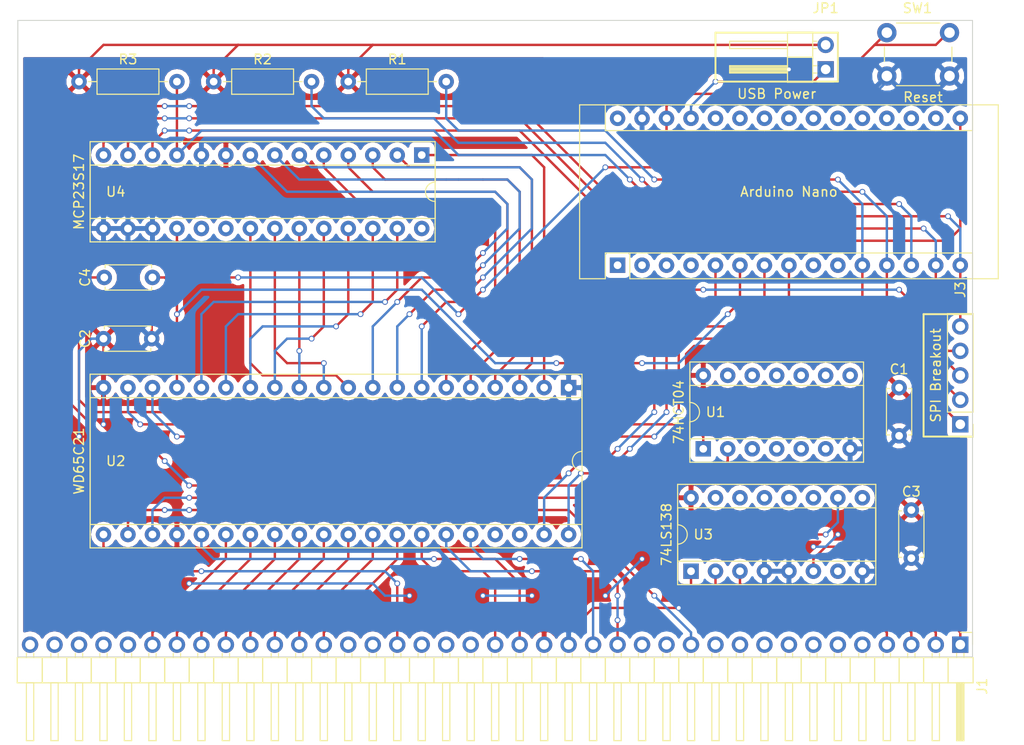
<source format=kicad_pcb>
(kicad_pcb (version 4) (host pcbnew 4.0.6)
  (layers (0 F.Cu signal) (31 B.Cu signal) (34 B.Paste user) (35 F.Paste user) (36 B.SilkS user) (37 F.SilkS user) (38 B.Mask user) (39 F.Mask user) (44 Edge.Cuts user))
  (net 0 "")
  (net 1 VCC)
  (net 2 GND)
  (net 3 OUT_DA)
  (net 4 "Net-(C4-Pad2)")
  (net 5 A15)
  (net 6 A14)
  (net 7 A13)
  (net 8 A12)
  (net 9 A4)
  (net 10 A1)
  (net 11 A0)
  (net 12 PHI2)
  (net 13 RESET)
  (net 14 WR)
  (net 15 D0)
  (net 16 D1)
  (net 17 D2)
  (net 18 D3)
  (net 19 D4)
  (net 20 D5)
  (net 21 D6)
  (net 22 D7)
  (net 23 KBD_READY)
  (net 24 KBD_DA)
  (net 25 OUT_READY)
  (net 26 /CS1)
  (net 27 "Net-(J2-Pad27)")
  (net 28 /CS2)
  (net 29 "Net-(J2-Pad28)")
  (net 30 "Net-(J2-Pad13)")
  (net 31 /MOSI)
  (net 32 /MISO)
  (net 33 /SCK)
  (net 34 "Net-(U1-Pad1)")
  (net 35 KBD_D0)
  (net 36 KBD_D1)
  (net 37 "Net-(U2-Pad23)")
  (net 38 KBD_D2)
  (net 39 KBD_D3)
  (net 40 KBD_D4)
  (net 41 KBD_D5)
  (net 42 KBD_D6)
  (net 43 KBD_D7)
  (net 44 OUT_D0)
  (net 45 OUT_D1)
  (net 46 OUT_D2)
  (net 47 OUT_D3)
  (net 48 OUT_D4)
  (net 49 OUT_D5)
  (net 50 OUT_D6)
  (module Capacitors_THT:C_Disc_D4.7mm_W2.5mm_P5.00mm (layer F.Cu) (at 190.5 106.68 270)
    (fp_text reference C1 (at -1.905 0 360) (layer F.SilkS))
    (fp_text value 100nF)
    (pad 1 thru_hole circle (at 0 0 270) (size 1.6 1.6) (drill 0.8) (layers *.Cu *.Mask) (net 1 VCC))
    (pad 2 thru_hole circle (at 5 0 270) (size 1.6 1.6) (drill 0.8) (layers *.Cu *.Mask) (net 2 GND))
  )
  (module Capacitors_THT:C_Disc_D4.7mm_W2.5mm_P5.00mm (layer F.Cu) (at 107.95 101.6)
    (fp_text reference C2 (at -1.905 0 90) (layer F.SilkS))
    (fp_text value 100nF)
    (pad 1 thru_hole circle (at 0 0) (size 1.6 1.6) (drill 0.8) (layers *.Cu *.Mask) (net 1 VCC))
    (pad 2 thru_hole circle (at 5 0) (size 1.6 1.6) (drill 0.8) (layers *.Cu *.Mask) (net 2 GND))
  )
  (module Capacitors_THT:C_Disc_D4.7mm_W2.5mm_P5.00mm (layer F.Cu) (at 191.77 119.38 270)
    (fp_text reference C3 (at -1.905 0 360) (layer F.SilkS))
    (fp_text value 100nF)
    (pad 1 thru_hole circle (at 0 0 270) (size 1.6 1.6) (drill 0.8) (layers *.Cu *.Mask) (net 1 VCC))
    (pad 2 thru_hole circle (at 5 0 270) (size 1.6 1.6) (drill 0.8) (layers *.Cu *.Mask) (net 2 GND))
  )
  (module Capacitors_THT:C_Disc_D4.7mm_W2.5mm_P5.00mm (layer F.Cu) (at 113.03 95.25 180)
    (fp_text reference C4 (at 6.985 0 270) (layer F.SilkS))
    (fp_text value 10nF)
    (pad 1 thru_hole circle (at 0 0 180) (size 1.6 1.6) (drill 0.8) (layers *.Cu *.Mask) (net 3 OUT_DA))
    (pad 2 thru_hole circle (at 5 0 180) (size 1.6 1.6) (drill 0.8) (layers *.Cu *.Mask) (net 4 "Net-(C4-Pad2)"))
  )
  (module Pin_Headers:Pin_Header_Angled_1x39_Pitch2.54mm (layer F.Cu) (at 196.85 133.35 270)
    (fp_text reference J1 (at 4.315 -2.27 270) (layer F.SilkS))
    (fp_text value CONN_01X39)
    (pad 1 thru_hole rect (at 0 0 270) (size 1.7 1.7) (drill 1) (layers *.Cu *.Mask) (net 5 A15))
    (pad 2 thru_hole oval (at 0 2.54 270) (size 1.7 1.7) (drill 1) (layers *.Cu *.Mask) (net 6 A14))
    (pad 3 thru_hole oval (at 0 5.08 270) (size 1.7 1.7) (drill 1) (layers *.Cu *.Mask) (net 7 A13))
    (pad 4 thru_hole oval (at 0 7.62 270) (size 1.7 1.7) (drill 1) (layers *.Cu *.Mask) (net 8 A12))
    (pad 5 thru_hole oval (at 0 10.16 270) (size 1.7 1.7) (drill 1) (layers *.Cu *.Mask))
    (pad 6 thru_hole oval (at 0 12.7 270) (size 1.7 1.7) (drill 1) (layers *.Cu *.Mask))
    (pad 7 thru_hole oval (at 0 15.24 270) (size 1.7 1.7) (drill 1) (layers *.Cu *.Mask))
    (pad 8 thru_hole oval (at 0 17.78 270) (size 1.7 1.7) (drill 1) (layers *.Cu *.Mask))
    (pad 9 thru_hole oval (at 0 20.32 270) (size 1.7 1.7) (drill 1) (layers *.Cu *.Mask))
    (pad 10 thru_hole oval (at 0 22.86 270) (size 1.7 1.7) (drill 1) (layers *.Cu *.Mask))
    (pad 11 thru_hole oval (at 0 25.4 270) (size 1.7 1.7) (drill 1) (layers *.Cu *.Mask))
    (pad 12 thru_hole oval (at 0 27.94 270) (size 1.7 1.7) (drill 1) (layers *.Cu *.Mask) (net 9 A4))
    (pad 13 thru_hole oval (at 0 30.48 270) (size 1.7 1.7) (drill 1) (layers *.Cu *.Mask))
    (pad 14 thru_hole oval (at 0 33.02 270) (size 1.7 1.7) (drill 1) (layers *.Cu *.Mask))
    (pad 15 thru_hole oval (at 0 35.56 270) (size 1.7 1.7) (drill 1) (layers *.Cu *.Mask) (net 10 A1))
    (pad 16 thru_hole oval (at 0 38.1 270) (size 1.7 1.7) (drill 1) (layers *.Cu *.Mask) (net 11 A0))
    (pad 17 thru_hole oval (at 0 40.64 270) (size 1.7 1.7) (drill 1) (layers *.Cu *.Mask) (net 2 GND))
    (pad 18 thru_hole oval (at 0 43.18 270) (size 1.7 1.7) (drill 1) (layers *.Cu *.Mask) (net 1 VCC))
    (pad 19 thru_hole oval (at 0 45.72 270) (size 1.7 1.7) (drill 1) (layers *.Cu *.Mask) (net 12 PHI2))
    (pad 20 thru_hole oval (at 0 48.26 270) (size 1.7 1.7) (drill 1) (layers *.Cu *.Mask) (net 13 RESET))
    (pad 21 thru_hole oval (at 0 50.8 270) (size 1.7 1.7) (drill 1) (layers *.Cu *.Mask))
    (pad 22 thru_hole oval (at 0 53.34 270) (size 1.7 1.7) (drill 1) (layers *.Cu *.Mask))
    (pad 23 thru_hole oval (at 0 55.88 270) (size 1.7 1.7) (drill 1) (layers *.Cu *.Mask))
    (pad 24 thru_hole oval (at 0 58.42 270) (size 1.7 1.7) (drill 1) (layers *.Cu *.Mask) (net 14 WR))
    (pad 25 thru_hole oval (at 0 60.96 270) (size 1.7 1.7) (drill 1) (layers *.Cu *.Mask))
    (pad 26 thru_hole oval (at 0 63.5 270) (size 1.7 1.7) (drill 1) (layers *.Cu *.Mask))
    (pad 27 thru_hole oval (at 0 66.04 270) (size 1.7 1.7) (drill 1) (layers *.Cu *.Mask) (net 15 D0))
    (pad 28 thru_hole oval (at 0 68.58 270) (size 1.7 1.7) (drill 1) (layers *.Cu *.Mask) (net 16 D1))
    (pad 29 thru_hole oval (at 0 71.12 270) (size 1.7 1.7) (drill 1) (layers *.Cu *.Mask) (net 17 D2))
    (pad 30 thru_hole oval (at 0 73.66 270) (size 1.7 1.7) (drill 1) (layers *.Cu *.Mask) (net 18 D3))
    (pad 31 thru_hole oval (at 0 76.2 270) (size 1.7 1.7) (drill 1) (layers *.Cu *.Mask) (net 19 D4))
    (pad 32 thru_hole oval (at 0 78.74 270) (size 1.7 1.7) (drill 1) (layers *.Cu *.Mask) (net 20 D5))
    (pad 33 thru_hole oval (at 0 81.28 270) (size 1.7 1.7) (drill 1) (layers *.Cu *.Mask) (net 21 D6))
    (pad 34 thru_hole oval (at 0 83.82 270) (size 1.7 1.7) (drill 1) (layers *.Cu *.Mask) (net 22 D7))
    (pad 35 thru_hole oval (at 0 86.36 270) (size 1.7 1.7) (drill 1) (layers *.Cu *.Mask))
    (pad 36 thru_hole oval (at 0 88.9 270) (size 1.7 1.7) (drill 1) (layers *.Cu *.Mask))
    (pad 37 thru_hole oval (at 0 91.44 270) (size 1.7 1.7) (drill 1) (layers *.Cu *.Mask))
    (pad 38 thru_hole oval (at 0 93.98 270) (size 1.7 1.7) (drill 1) (layers *.Cu *.Mask))
    (pad 39 thru_hole oval (at 0 96.52 270) (size 1.7 1.7) (drill 1) (layers *.Cu *.Mask))
  )
  (module Modules:Arduino_Nano (layer F.Cu) (at 161.29 93.98 90)
    (fp_text reference J2)
    (fp_text value "Arduino Nano" (at 7.62 17.78 180) (layer F.SilkS))
    (pad 1 thru_hole rect (at 0 0 90) (size 1.6 1.6) (drill 0.8) (layers *.Cu *.Mask))
    (pad 17 thru_hole oval (at 15.24 33.02 90) (size 1.6 1.6) (drill 0.8) (layers *.Cu *.Mask))
    (pad 2 thru_hole oval (at 0 2.54 90) (size 1.6 1.6) (drill 0.8) (layers *.Cu *.Mask))
    (pad 18 thru_hole oval (at 15.24 30.48 90) (size 1.6 1.6) (drill 0.8) (layers *.Cu *.Mask))
    (pad 3 thru_hole oval (at 0 5.08 90) (size 1.6 1.6) (drill 0.8) (layers *.Cu *.Mask))
    (pad 19 thru_hole oval (at 15.24 27.94 90) (size 1.6 1.6) (drill 0.8) (layers *.Cu *.Mask))
    (pad 4 thru_hole oval (at 0 7.62 90) (size 1.6 1.6) (drill 0.8) (layers *.Cu *.Mask))
    (pad 20 thru_hole oval (at 15.24 25.4 90) (size 1.6 1.6) (drill 0.8) (layers *.Cu *.Mask))
    (pad 5 thru_hole oval (at 0 10.16 90) (size 1.6 1.6) (drill 0.8) (layers *.Cu *.Mask) (net 23 KBD_READY))
    (pad 21 thru_hole oval (at 15.24 22.86 90) (size 1.6 1.6) (drill 0.8) (layers *.Cu *.Mask))
    (pad 6 thru_hole oval (at 0 12.7 90) (size 1.6 1.6) (drill 0.8) (layers *.Cu *.Mask) (net 3 OUT_DA))
    (pad 22 thru_hole oval (at 15.24 20.32 90) (size 1.6 1.6) (drill 0.8) (layers *.Cu *.Mask))
    (pad 7 thru_hole oval (at 0 15.24 90) (size 1.6 1.6) (drill 0.8) (layers *.Cu *.Mask) (net 24 KBD_DA))
    (pad 23 thru_hole oval (at 15.24 17.78 90) (size 1.6 1.6) (drill 0.8) (layers *.Cu *.Mask))
    (pad 8 thru_hole oval (at 0 17.78 90) (size 1.6 1.6) (drill 0.8) (layers *.Cu *.Mask) (net 25 OUT_READY))
    (pad 24 thru_hole oval (at 15.24 15.24 90) (size 1.6 1.6) (drill 0.8) (layers *.Cu *.Mask))
    (pad 9 thru_hole oval (at 0 20.32 90) (size 1.6 1.6) (drill 0.8) (layers *.Cu *.Mask))
    (pad 25 thru_hole oval (at 15.24 12.7 90) (size 1.6 1.6) (drill 0.8) (layers *.Cu *.Mask))
    (pad 10 thru_hole oval (at 0 22.86 90) (size 1.6 1.6) (drill 0.8) (layers *.Cu *.Mask))
    (pad 26 thru_hole oval (at 15.24 10.16 90) (size 1.6 1.6) (drill 0.8) (layers *.Cu *.Mask))
    (pad 11 thru_hole oval (at 0 25.4 90) (size 1.6 1.6) (drill 0.8) (layers *.Cu *.Mask) (net 26 /CS1))
    (pad 27 thru_hole oval (at 15.24 7.62 90) (size 1.6 1.6) (drill 0.8) (layers *.Cu *.Mask) (net 27 "Net-(J2-Pad27)"))
    (pad 12 thru_hole oval (at 0 27.94 90) (size 1.6 1.6) (drill 0.8) (layers *.Cu *.Mask) (net 28 /CS2))
    (pad 28 thru_hole oval (at 15.24 5.08 90) (size 1.6 1.6) (drill 0.8) (layers *.Cu *.Mask) (net 29 "Net-(J2-Pad28)"))
    (pad 13 thru_hole oval (at 0 30.48 90) (size 1.6 1.6) (drill 0.8) (layers *.Cu *.Mask) (net 30 "Net-(J2-Pad13)"))
    (pad 29 thru_hole oval (at 15.24 2.54 90) (size 1.6 1.6) (drill 0.8) (layers *.Cu *.Mask) (net 2 GND))
    (pad 14 thru_hole oval (at 0 33.02 90) (size 1.6 1.6) (drill 0.8) (layers *.Cu *.Mask) (net 31 /MOSI))
    (pad 30 thru_hole oval (at 15.24 0 90) (size 1.6 1.6) (drill 0.8) (layers *.Cu *.Mask))
    (pad 15 thru_hole oval (at 0 35.56 90) (size 1.6 1.6) (drill 0.8) (layers *.Cu *.Mask) (net 32 /MISO))
    (pad 16 thru_hole oval (at 15.24 35.56 90) (size 1.6 1.6) (drill 0.8) (layers *.Cu *.Mask) (net 33 /SCK))
  )
  (module Pin_Headers:Pin_Header_Straight_1x05_Pitch2.54mm (layer F.Cu) (at 196.85 110.49 180)
    (fp_text reference J3 (at 0 13.97 270) (layer F.SilkS))
    (fp_text value "SPI Breakout" (at 2.54 5.08 270) (layer F.SilkS))
    (pad 1 thru_hole rect (at 0 0 180) (size 1.7 1.7) (drill 1) (layers *.Cu *.Mask) (net 26 /CS1))
    (pad 2 thru_hole oval (at 0 2.54 180) (size 1.7 1.7) (drill 1) (layers *.Cu *.Mask) (net 28 /CS2))
    (pad 3 thru_hole oval (at 0 5.08 180) (size 1.7 1.7) (drill 1) (layers *.Cu *.Mask) (net 33 /SCK))
    (pad 4 thru_hole oval (at 0 7.62 180) (size 1.7 1.7) (drill 1) (layers *.Cu *.Mask) (net 31 /MOSI))
    (pad 5 thru_hole oval (at 0 10.16 180) (size 1.7 1.7) (drill 1) (layers *.Cu *.Mask) (net 32 /MISO))
  )
  (module Pin_Headers:Pin_Header_Angled_1x02_Pitch2.54mm (layer F.Cu) (at 182.88 73.66 180)
    (fp_text reference JP1 (at 0 6.35 180) (layer F.SilkS))
    (fp_text value "USB Power" (at 5.08 -2.54 180) (layer F.SilkS))
    (pad 1 thru_hole rect (at 0 0 180) (size 1.7 1.7) (drill 1) (layers *.Cu *.Mask) (net 27 "Net-(J2-Pad27)"))
    (pad 2 thru_hole oval (at 0 2.54 180) (size 1.7 1.7) (drill 1) (layers *.Cu *.Mask) (net 1 VCC))
  )
  (module Resistors_THT:R_Axial_DIN0207_L6.3mm_D2.5mm_P10.16mm_Horizontal (layer F.Cu) (at 133.35 74.93)
    (fp_text reference R1 (at 5.08 -2.31) (layer F.SilkS))
    (fp_text value 10k)
    (pad 1 thru_hole circle (at 0 0) (size 1.6 1.6) (drill 0.8) (layers *.Cu *.Mask) (net 1 VCC))
    (pad 2 thru_hole oval (at 10.16 0) (size 1.6 1.6) (drill 0.8) (layers *.Cu *.Mask) (net 26 /CS1))
  )
  (module Resistors_THT:R_Axial_DIN0207_L6.3mm_D2.5mm_P10.16mm_Horizontal (layer F.Cu) (at 119.38 74.93)
    (fp_text reference R2 (at 5.08 -2.31) (layer F.SilkS))
    (fp_text value 10k)
    (pad 1 thru_hole circle (at 0 0) (size 1.6 1.6) (drill 0.8) (layers *.Cu *.Mask) (net 1 VCC))
    (pad 2 thru_hole oval (at 10.16 0) (size 1.6 1.6) (drill 0.8) (layers *.Cu *.Mask) (net 28 /CS2))
  )
  (module Resistors_THT:R_Axial_DIN0207_L6.3mm_D2.5mm_P10.16mm_Horizontal (layer F.Cu) (at 105.41 74.93)
    (fp_text reference R3 (at 5.08 -2.31) (layer F.SilkS))
    (fp_text value 10k)
    (pad 1 thru_hole circle (at 0 0) (size 1.6 1.6) (drill 0.8) (layers *.Cu *.Mask) (net 1 VCC))
    (pad 2 thru_hole oval (at 10.16 0) (size 1.6 1.6) (drill 0.8) (layers *.Cu *.Mask) (net 30 "Net-(J2-Pad13)"))
  )
  (module Buttons_Switches_THT:SW_PUSH_6mm (layer F.Cu) (at 189.23 69.85)
    (fp_text reference SW1 (at 3.175 -2.54) (layer F.SilkS))
    (fp_text value Reset (at 3.75 6.7) (layer F.SilkS))
    (pad 2 thru_hole circle (at 0 4.5 90) (size 2 2) (drill 1.1) (layers *.Cu *.Mask) (net 2 GND))
    (pad 1 thru_hole circle (at 0 0 90) (size 2 2) (drill 1.1) (layers *.Cu *.Mask) (net 29 "Net-(J2-Pad28)"))
    (pad 2 thru_hole circle (at 6.5 4.5 90) (size 2 2) (drill 1.1) (layers *.Cu *.Mask) (net 2 GND))
    (pad 1 thru_hole circle (at 6.5 0 90) (size 2 2) (drill 1.1) (layers *.Cu *.Mask) (net 29 "Net-(J2-Pad28)"))
  )
  (module Housings_DIP:DIP-14_W7.62mm_Socket (layer F.Cu) (at 170.18 113.03 90)
    (fp_text reference U1 (at 3.81 1.27 180) (layer F.SilkS))
    (fp_text value 74HCT04 (at 3.81 -2.54 90) (layer F.SilkS))
    (pad 1 thru_hole rect (at 0 0 90) (size 1.6 1.6) (drill 0.8) (layers *.Cu *.Mask) (net 34 "Net-(U1-Pad1)"))
    (pad 8 thru_hole oval (at 7.62 15.24 90) (size 1.6 1.6) (drill 0.8) (layers *.Cu *.Mask))
    (pad 2 thru_hole oval (at 0 2.54 90) (size 1.6 1.6) (drill 0.8) (layers *.Cu *.Mask) (net 4 "Net-(C4-Pad2)"))
    (pad 9 thru_hole oval (at 7.62 12.7 90) (size 1.6 1.6) (drill 0.8) (layers *.Cu *.Mask))
    (pad 3 thru_hole oval (at 0 5.08 90) (size 1.6 1.6) (drill 0.8) (layers *.Cu *.Mask))
    (pad 10 thru_hole oval (at 7.62 10.16 90) (size 1.6 1.6) (drill 0.8) (layers *.Cu *.Mask))
    (pad 4 thru_hole oval (at 0 7.62 90) (size 1.6 1.6) (drill 0.8) (layers *.Cu *.Mask))
    (pad 11 thru_hole oval (at 7.62 7.62 90) (size 1.6 1.6) (drill 0.8) (layers *.Cu *.Mask))
    (pad 5 thru_hole oval (at 0 10.16 90) (size 1.6 1.6) (drill 0.8) (layers *.Cu *.Mask))
    (pad 12 thru_hole oval (at 7.62 5.08 90) (size 1.6 1.6) (drill 0.8) (layers *.Cu *.Mask))
    (pad 6 thru_hole oval (at 0 12.7 90) (size 1.6 1.6) (drill 0.8) (layers *.Cu *.Mask))
    (pad 13 thru_hole oval (at 7.62 2.54 90) (size 1.6 1.6) (drill 0.8) (layers *.Cu *.Mask))
    (pad 7 thru_hole oval (at 0 15.24 90) (size 1.6 1.6) (drill 0.8) (layers *.Cu *.Mask) (net 2 GND))
    (pad 14 thru_hole oval (at 7.62 0 90) (size 1.6 1.6) (drill 0.8) (layers *.Cu *.Mask) (net 1 VCC))
  )
  (module Housings_DIP:DIP-40_W15.24mm_Socket (layer F.Cu) (at 156.21 106.68 270)
    (fp_text reference U2 (at 7.62 46.99 360) (layer F.SilkS))
    (fp_text value WD65C21 (at 7.62 50.8 270) (layer F.SilkS))
    (pad 1 thru_hole rect (at 0 0 270) (size 1.6 1.6) (drill 0.8) (layers *.Cu *.Mask) (net 2 GND))
    (pad 21 thru_hole oval (at 15.24 48.26 270) (size 1.6 1.6) (drill 0.8) (layers *.Cu *.Mask) (net 14 WR))
    (pad 2 thru_hole oval (at 0 2.54 270) (size 1.6 1.6) (drill 0.8) (layers *.Cu *.Mask) (net 35 KBD_D0))
    (pad 22 thru_hole oval (at 15.24 45.72 270) (size 1.6 1.6) (drill 0.8) (layers *.Cu *.Mask) (net 9 A4))
    (pad 3 thru_hole oval (at 0 5.08 270) (size 1.6 1.6) (drill 0.8) (layers *.Cu *.Mask) (net 36 KBD_D1))
    (pad 23 thru_hole oval (at 15.24 43.18 270) (size 1.6 1.6) (drill 0.8) (layers *.Cu *.Mask) (net 37 "Net-(U2-Pad23)"))
    (pad 4 thru_hole oval (at 0 7.62 270) (size 1.6 1.6) (drill 0.8) (layers *.Cu *.Mask) (net 38 KBD_D2))
    (pad 24 thru_hole oval (at 15.24 40.64 270) (size 1.6 1.6) (drill 0.8) (layers *.Cu *.Mask) (net 1 VCC))
    (pad 5 thru_hole oval (at 0 10.16 270) (size 1.6 1.6) (drill 0.8) (layers *.Cu *.Mask) (net 39 KBD_D3))
    (pad 25 thru_hole oval (at 15.24 38.1 270) (size 1.6 1.6) (drill 0.8) (layers *.Cu *.Mask) (net 12 PHI2))
    (pad 6 thru_hole oval (at 0 12.7 270) (size 1.6 1.6) (drill 0.8) (layers *.Cu *.Mask) (net 40 KBD_D4))
    (pad 26 thru_hole oval (at 15.24 35.56 270) (size 1.6 1.6) (drill 0.8) (layers *.Cu *.Mask) (net 22 D7))
    (pad 7 thru_hole oval (at 0 15.24 270) (size 1.6 1.6) (drill 0.8) (layers *.Cu *.Mask) (net 41 KBD_D5))
    (pad 27 thru_hole oval (at 15.24 33.02 270) (size 1.6 1.6) (drill 0.8) (layers *.Cu *.Mask) (net 21 D6))
    (pad 8 thru_hole oval (at 0 17.78 270) (size 1.6 1.6) (drill 0.8) (layers *.Cu *.Mask) (net 42 KBD_D6))
    (pad 28 thru_hole oval (at 15.24 30.48 270) (size 1.6 1.6) (drill 0.8) (layers *.Cu *.Mask) (net 20 D5))
    (pad 9 thru_hole oval (at 0 20.32 270) (size 1.6 1.6) (drill 0.8) (layers *.Cu *.Mask) (net 43 KBD_D7))
    (pad 29 thru_hole oval (at 15.24 27.94 270) (size 1.6 1.6) (drill 0.8) (layers *.Cu *.Mask) (net 19 D4))
    (pad 10 thru_hole oval (at 0 22.86 270) (size 1.6 1.6) (drill 0.8) (layers *.Cu *.Mask) (net 44 OUT_D0))
    (pad 30 thru_hole oval (at 15.24 25.4 270) (size 1.6 1.6) (drill 0.8) (layers *.Cu *.Mask) (net 18 D3))
    (pad 11 thru_hole oval (at 0 25.4 270) (size 1.6 1.6) (drill 0.8) (layers *.Cu *.Mask) (net 45 OUT_D1))
    (pad 31 thru_hole oval (at 15.24 22.86 270) (size 1.6 1.6) (drill 0.8) (layers *.Cu *.Mask) (net 17 D2))
    (pad 12 thru_hole oval (at 0 27.94 270) (size 1.6 1.6) (drill 0.8) (layers *.Cu *.Mask) (net 46 OUT_D2))
    (pad 32 thru_hole oval (at 15.24 20.32 270) (size 1.6 1.6) (drill 0.8) (layers *.Cu *.Mask) (net 16 D1))
    (pad 13 thru_hole oval (at 0 30.48 270) (size 1.6 1.6) (drill 0.8) (layers *.Cu *.Mask) (net 47 OUT_D3))
    (pad 33 thru_hole oval (at 15.24 17.78 270) (size 1.6 1.6) (drill 0.8) (layers *.Cu *.Mask) (net 15 D0))
    (pad 14 thru_hole oval (at 0 33.02 270) (size 1.6 1.6) (drill 0.8) (layers *.Cu *.Mask) (net 48 OUT_D4))
    (pad 34 thru_hole oval (at 15.24 15.24 270) (size 1.6 1.6) (drill 0.8) (layers *.Cu *.Mask) (net 13 RESET))
    (pad 15 thru_hole oval (at 0 35.56 270) (size 1.6 1.6) (drill 0.8) (layers *.Cu *.Mask) (net 49 OUT_D5))
    (pad 35 thru_hole oval (at 15.24 12.7 270) (size 1.6 1.6) (drill 0.8) (layers *.Cu *.Mask) (net 10 A1))
    (pad 16 thru_hole oval (at 0 38.1 270) (size 1.6 1.6) (drill 0.8) (layers *.Cu *.Mask) (net 50 OUT_D6))
    (pad 36 thru_hole oval (at 15.24 10.16 270) (size 1.6 1.6) (drill 0.8) (layers *.Cu *.Mask) (net 11 A0))
    (pad 17 thru_hole oval (at 0 40.64 270) (size 1.6 1.6) (drill 0.8) (layers *.Cu *.Mask) (net 3 OUT_DA))
    (pad 37 thru_hole oval (at 15.24 7.62 270) (size 1.6 1.6) (drill 0.8) (layers *.Cu *.Mask))
    (pad 18 thru_hole oval (at 0 43.18 270) (size 1.6 1.6) (drill 0.8) (layers *.Cu *.Mask) (net 25 OUT_READY))
    (pad 38 thru_hole oval (at 15.24 5.08 270) (size 1.6 1.6) (drill 0.8) (layers *.Cu *.Mask))
    (pad 19 thru_hole oval (at 0 45.72 270) (size 1.6 1.6) (drill 0.8) (layers *.Cu *.Mask) (net 34 "Net-(U1-Pad1)"))
    (pad 39 thru_hole oval (at 15.24 2.54 270) (size 1.6 1.6) (drill 0.8) (layers *.Cu *.Mask) (net 23 KBD_READY))
    (pad 20 thru_hole oval (at 0 48.26 270) (size 1.6 1.6) (drill 0.8) (layers *.Cu *.Mask) (net 1 VCC))
    (pad 40 thru_hole oval (at 15.24 0 270) (size 1.6 1.6) (drill 0.8) (layers *.Cu *.Mask) (net 24 KBD_DA))
  )
  (module Housings_DIP:DIP-16_W7.62mm_Socket (layer F.Cu) (at 168.91 125.73 90)
    (fp_text reference U3 (at 3.81 1.27 180) (layer F.SilkS))
    (fp_text value 74LS138 (at 3.81 -2.54 90) (layer F.SilkS))
    (pad 1 thru_hole rect (at 0 0 90) (size 1.6 1.6) (drill 0.8) (layers *.Cu *.Mask) (net 8 A12))
    (pad 9 thru_hole oval (at 7.62 17.78 90) (size 1.6 1.6) (drill 0.8) (layers *.Cu *.Mask))
    (pad 2 thru_hole oval (at 0 2.54 90) (size 1.6 1.6) (drill 0.8) (layers *.Cu *.Mask) (net 7 A13))
    (pad 10 thru_hole oval (at 7.62 15.24 90) (size 1.6 1.6) (drill 0.8) (layers *.Cu *.Mask) (net 37 "Net-(U2-Pad23)"))
    (pad 3 thru_hole oval (at 0 5.08 90) (size 1.6 1.6) (drill 0.8) (layers *.Cu *.Mask) (net 6 A14))
    (pad 11 thru_hole oval (at 7.62 12.7 90) (size 1.6 1.6) (drill 0.8) (layers *.Cu *.Mask))
    (pad 4 thru_hole oval (at 0 7.62 90) (size 1.6 1.6) (drill 0.8) (layers *.Cu *.Mask) (net 2 GND))
    (pad 12 thru_hole oval (at 7.62 10.16 90) (size 1.6 1.6) (drill 0.8) (layers *.Cu *.Mask))
    (pad 5 thru_hole oval (at 0 10.16 90) (size 1.6 1.6) (drill 0.8) (layers *.Cu *.Mask) (net 2 GND))
    (pad 13 thru_hole oval (at 7.62 7.62 90) (size 1.6 1.6) (drill 0.8) (layers *.Cu *.Mask))
    (pad 6 thru_hole oval (at 0 12.7 90) (size 1.6 1.6) (drill 0.8) (layers *.Cu *.Mask) (net 5 A15))
    (pad 14 thru_hole oval (at 7.62 5.08 90) (size 1.6 1.6) (drill 0.8) (layers *.Cu *.Mask))
    (pad 7 thru_hole oval (at 0 15.24 90) (size 1.6 1.6) (drill 0.8) (layers *.Cu *.Mask))
    (pad 15 thru_hole oval (at 7.62 2.54 90) (size 1.6 1.6) (drill 0.8) (layers *.Cu *.Mask))
    (pad 8 thru_hole oval (at 0 17.78 90) (size 1.6 1.6) (drill 0.8) (layers *.Cu *.Mask) (net 2 GND))
    (pad 16 thru_hole oval (at 7.62 0 90) (size 1.6 1.6) (drill 0.8) (layers *.Cu *.Mask) (net 1 VCC))
  )
  (module Housings_DIP:DIP-28_W7.62mm_Socket (layer F.Cu) (at 140.97 82.55 270)
    (fp_text reference U4 (at 3.81 31.75 360) (layer F.SilkS))
    (fp_text value MCP23S17 (at 3.81 35.56 270) (layer F.SilkS))
    (pad 1 thru_hole rect (at 0 0 270) (size 1.6 1.6) (drill 0.8) (layers *.Cu *.Mask) (net 35 KBD_D0))
    (pad 15 thru_hole oval (at 7.62 33.02 270) (size 1.6 1.6) (drill 0.8) (layers *.Cu *.Mask) (net 2 GND))
    (pad 2 thru_hole oval (at 0 2.54 270) (size 1.6 1.6) (drill 0.8) (layers *.Cu *.Mask) (net 36 KBD_D1))
    (pad 16 thru_hole oval (at 7.62 30.48 270) (size 1.6 1.6) (drill 0.8) (layers *.Cu *.Mask) (net 2 GND))
    (pad 3 thru_hole oval (at 0 5.08 270) (size 1.6 1.6) (drill 0.8) (layers *.Cu *.Mask) (net 38 KBD_D2))
    (pad 17 thru_hole oval (at 7.62 27.94 270) (size 1.6 1.6) (drill 0.8) (layers *.Cu *.Mask) (net 2 GND))
    (pad 4 thru_hole oval (at 0 7.62 270) (size 1.6 1.6) (drill 0.8) (layers *.Cu *.Mask) (net 39 KBD_D3))
    (pad 18 thru_hole oval (at 7.62 25.4 270) (size 1.6 1.6) (drill 0.8) (layers *.Cu *.Mask) (net 29 "Net-(J2-Pad28)"))
    (pad 5 thru_hole oval (at 0 10.16 270) (size 1.6 1.6) (drill 0.8) (layers *.Cu *.Mask) (net 40 KBD_D4))
    (pad 19 thru_hole oval (at 7.62 22.86 270) (size 1.6 1.6) (drill 0.8) (layers *.Cu *.Mask))
    (pad 6 thru_hole oval (at 0 12.7 270) (size 1.6 1.6) (drill 0.8) (layers *.Cu *.Mask) (net 41 KBD_D5))
    (pad 20 thru_hole oval (at 7.62 20.32 270) (size 1.6 1.6) (drill 0.8) (layers *.Cu *.Mask))
    (pad 7 thru_hole oval (at 0 15.24 270) (size 1.6 1.6) (drill 0.8) (layers *.Cu *.Mask) (net 42 KBD_D6))
    (pad 21 thru_hole oval (at 7.62 17.78 270) (size 1.6 1.6) (drill 0.8) (layers *.Cu *.Mask) (net 44 OUT_D0))
    (pad 8 thru_hole oval (at 0 17.78 270) (size 1.6 1.6) (drill 0.8) (layers *.Cu *.Mask) (net 43 KBD_D7))
    (pad 22 thru_hole oval (at 7.62 15.24 270) (size 1.6 1.6) (drill 0.8) (layers *.Cu *.Mask) (net 45 OUT_D1))
    (pad 9 thru_hole oval (at 0 20.32 270) (size 1.6 1.6) (drill 0.8) (layers *.Cu *.Mask) (net 1 VCC))
    (pad 23 thru_hole oval (at 7.62 12.7 270) (size 1.6 1.6) (drill 0.8) (layers *.Cu *.Mask) (net 46 OUT_D2))
    (pad 10 thru_hole oval (at 0 22.86 270) (size 1.6 1.6) (drill 0.8) (layers *.Cu *.Mask) (net 2 GND))
    (pad 24 thru_hole oval (at 7.62 10.16 270) (size 1.6 1.6) (drill 0.8) (layers *.Cu *.Mask) (net 47 OUT_D3))
    (pad 11 thru_hole oval (at 0 25.4 270) (size 1.6 1.6) (drill 0.8) (layers *.Cu *.Mask) (net 30 "Net-(J2-Pad13)"))
    (pad 25 thru_hole oval (at 7.62 7.62 270) (size 1.6 1.6) (drill 0.8) (layers *.Cu *.Mask) (net 48 OUT_D4))
    (pad 12 thru_hole oval (at 0 27.94 270) (size 1.6 1.6) (drill 0.8) (layers *.Cu *.Mask) (net 33 /SCK))
    (pad 26 thru_hole oval (at 7.62 5.08 270) (size 1.6 1.6) (drill 0.8) (layers *.Cu *.Mask) (net 49 OUT_D5))
    (pad 13 thru_hole oval (at 0 30.48 270) (size 1.6 1.6) (drill 0.8) (layers *.Cu *.Mask) (net 31 /MOSI))
    (pad 27 thru_hole oval (at 7.62 2.54 270) (size 1.6 1.6) (drill 0.8) (layers *.Cu *.Mask) (net 50 OUT_D6))
    (pad 14 thru_hole oval (at 0 33.02 270) (size 1.6 1.6) (drill 0.8) (layers *.Cu *.Mask) (net 32 /MISO))
    (pad 28 thru_hole oval (at 7.62 0 270) (size 1.6 1.6) (drill 0.8) (layers *.Cu *.Mask))
  )
  (gr_line (start 193.04 99.06) (end 198.12 99.06) (angle 90) (layer F.SilkS) (width 0.2))
  (gr_line (start 193.04 111.76) (end 193.04 99.06) (angle 90) (layer F.SilkS) (width 0.2))
  (gr_line (start 198.12 111.76) (end 193.04 111.76) (angle 90) (layer F.SilkS) (width 0.2))
  (gr_line (start 198.12 134.62) (end 198.12 68.58) (angle 90) (layer Edge.Cuts) (width 0.1))
  (gr_line (start 184.15 74.93) (end 184.15 69.85) (angle 90) (layer F.SilkS) (width 0.2))
  (gr_line (start 171.45 74.93) (end 184.15 74.93) (angle 90) (layer F.SilkS) (width 0.2))
  (gr_line (start 171.45 69.85) (end 171.45 74.93) (angle 90) (layer F.SilkS) (width 0.2))
  (gr_line (start 184.15 69.85) (end 171.45 69.85) (angle 90) (layer F.SilkS) (width 0.2))
  (gr_line (start 99.06 134.62) (end 99.06 68.58) (angle 90) (layer Edge.Cuts) (width 0.1))
  (gr_line (start 198.12 68.58) (end 99.06 68.58) (angle 90) (layer Edge.Cuts) (width 0.1))
  (gr_line (start 99.06 134.62) (end 198.12 134.62) (angle 90) (layer Edge.Cuts) (width 0.1))
  (segment (start 105.41 74.93) (end 105.41 73.66) (width 0.25) (layer F.Cu) (net 1))
  (segment (start 107.95 71.12) (end 121.92 71.12) (width 0.25) (layer F.Cu) (net 1))
  (segment (start 105.41 73.66) (end 107.95 71.12) (width 0.25) (layer F.Cu) (net 1))
  (segment (start 135.89 71.12) (end 121.92 71.12) (width 0.25) (layer F.Cu) (net 1))
  (segment (start 119.38 73.66) (end 119.38 74.93) (width 0.25) (layer F.Cu) (net 1))
  (segment (start 121.92 71.12) (end 119.38 73.66) (width 0.25) (layer F.Cu) (net 1))
  (segment (start 182.88 71.12) (end 135.89 71.12) (width 0.25) (layer F.Cu) (net 1))
  (segment (start 133.35 73.66) (end 133.35 74.93) (width 0.25) (layer F.Cu) (net 1))
  (segment (start 135.89 71.12) (end 133.35 73.66) (width 0.25) (layer F.Cu) (net 1))
  (segment (start 190.5 120.65) (end 189.23 121.92) (width 0.25) (layer F.Cu) (net 1))
  (segment (start 157.48 128.27) (end 153.67 132.08) (width 0.25) (layer F.Cu) (net 1))
  (segment (start 160.02 128.27) (end 157.48 128.27) (width 0.25) (layer F.Cu) (net 1))
  (via (at 160.02 128.27) (size 0.6) (drill 0.4) (layers F.Cu B.Cu) (net 1))
  (segment (start 163.83 124.46) (end 160.02 128.27) (width 0.25) (layer B.Cu) (net 1))
  (via (at 163.83 124.46) (size 0.6) (drill 0.4) (layers F.Cu B.Cu) (net 1))
  (segment (start 165.1 123.19) (end 163.83 124.46) (width 0.25) (layer F.Cu) (net 1))
  (segment (start 181.61 123.19) (end 165.1 123.19) (width 0.25) (layer F.Cu) (net 1))
  (via (at 181.61 123.19) (size 0.6) (drill 0.4) (layers F.Cu B.Cu) (net 1))
  (segment (start 182.88 123.19) (end 181.61 123.19) (width 0.25) (layer B.Cu) (net 1))
  (segment (start 184.15 121.92) (end 182.88 123.19) (width 0.25) (layer B.Cu) (net 1))
  (via (at 184.15 121.92) (size 0.6) (drill 0.4) (layers F.Cu B.Cu) (net 1))
  (segment (start 189.23 121.92) (end 184.15 121.92) (width 0.25) (layer F.Cu) (net 1))
  (segment (start 107.95 101.6) (end 106.68 101.6) (width 0.25) (layer B.Cu) (net 1))
  (segment (start 106.68 101.6) (end 105.41 102.87) (width 0.25) (layer B.Cu) (net 1))
  (segment (start 105.41 102.87) (end 105.41 111.76) (width 0.25) (layer B.Cu) (net 1))
  (via (at 105.41 111.76) (size 0.6) (drill 0.4) (layers F.Cu B.Cu) (net 1))
  (segment (start 105.41 111.76) (end 105.41 124.46) (width 0.25) (layer F.Cu) (net 1))
  (segment (start 105.41 124.46) (end 107.95 127) (width 0.25) (layer F.Cu) (net 1))
  (segment (start 107.95 127) (end 116.84 127) (width 0.25) (layer F.Cu) (net 1))
  (via (at 116.84 127) (size 0.6) (drill 0.4) (layers F.Cu B.Cu) (net 1))
  (segment (start 116.84 127) (end 135.89 127) (width 0.25) (layer B.Cu) (net 1))
  (segment (start 135.89 127) (end 137.16 128.27) (width 0.25) (layer B.Cu) (net 1))
  (segment (start 137.16 128.27) (end 139.7 128.27) (width 0.25) (layer B.Cu) (net 1))
  (via (at 139.7 128.27) (size 0.6) (drill 0.4) (layers F.Cu B.Cu) (net 1))
  (segment (start 139.7 128.27) (end 147.32 128.27) (width 0.25) (layer F.Cu) (net 1))
  (via (at 147.32 128.27) (size 0.6) (drill 0.4) (layers F.Cu B.Cu) (net 1))
  (segment (start 147.32 128.27) (end 152.4 128.27) (width 0.25) (layer B.Cu) (net 1))
  (via (at 152.4 128.27) (size 0.6) (drill 0.4) (layers F.Cu B.Cu) (net 1))
  (segment (start 152.4 128.27) (end 153.67 129.54) (width 0.25) (layer F.Cu) (net 1))
  (segment (start 153.67 129.54) (end 153.67 132.08) (width 0.25) (layer F.Cu) (net 1))
  (segment (start 153.67 132.08) (end 153.67 133.35) (width 0.25) (layer F.Cu) (net 1))
  (segment (start 107.95 106.68) (end 107.95 110.49) (width 0.25) (layer B.Cu) (net 1))
  (segment (start 115.57 113.03) (end 115.57 121.92) (width 0.25) (layer F.Cu) (net 1))
  (segment (start 114.3 111.76) (end 115.57 113.03) (width 0.25) (layer F.Cu) (net 1))
  (segment (start 109.22 111.76) (end 114.3 111.76) (width 0.25) (layer F.Cu) (net 1))
  (segment (start 107.95 110.49) (end 109.22 111.76) (width 0.25) (layer F.Cu) (net 1))
  (via (at 107.95 110.49) (size 0.6) (drill 0.4) (layers F.Cu B.Cu) (net 1))
  (segment (start 107.95 106.68) (end 107.95 101.6) (width 0.25) (layer F.Cu) (net 1))
  (segment (start 170.18 105.41) (end 170.18 106.68) (width 0.25) (layer F.Cu) (net 1))
  (segment (start 189.23 107.95) (end 190.5 106.68) (width 0.25) (layer F.Cu) (net 1))
  (segment (start 171.45 107.95) (end 189.23 107.95) (width 0.25) (layer F.Cu) (net 1))
  (segment (start 170.18 106.68) (end 171.45 107.95) (width 0.25) (layer F.Cu) (net 1))
  (segment (start 168.91 118.11) (end 168.91 119.38) (width 0.25) (layer F.Cu) (net 1))
  (segment (start 190.5 120.65) (end 191.77 119.38) (width 0.25) (layer F.Cu) (net 1))
  (segment (start 170.18 120.65) (end 190.5 120.65) (width 0.25) (layer F.Cu) (net 1))
  (segment (start 168.91 119.38) (end 170.18 120.65) (width 0.25) (layer F.Cu) (net 1))
  (segment (start 187.96 76.2) (end 194.31 76.2) (width 0.25) (layer B.Cu) (net 2))
  (segment (start 194.31 76.2) (end 195.73 74.78) (width 0.25) (layer B.Cu) (net 2))
  (segment (start 195.73 74.78) (end 195.73 74.35) (width 0.25) (layer B.Cu) (net 2))
  (segment (start 163.83 78.74) (end 163.83 77.47) (width 0.25) (layer F.Cu) (net 2))
  (segment (start 187.96 76.2) (end 189.23 74.93) (width 0.25) (layer B.Cu) (net 2))
  (segment (start 186.69 76.2) (end 187.96 76.2) (width 0.25) (layer B.Cu) (net 2))
  (segment (start 181.61 76.2) (end 186.69 76.2) (width 0.25) (layer B.Cu) (net 2))
  (segment (start 179.07 73.66) (end 181.61 76.2) (width 0.25) (layer B.Cu) (net 2))
  (via (at 179.07 73.66) (size 0.6) (drill 0.4) (layers F.Cu B.Cu) (net 2))
  (segment (start 171.45 73.66) (end 179.07 73.66) (width 0.25) (layer F.Cu) (net 2))
  (segment (start 170.18 74.93) (end 171.45 73.66) (width 0.25) (layer F.Cu) (net 2))
  (segment (start 166.37 74.93) (end 170.18 74.93) (width 0.25) (layer F.Cu) (net 2))
  (segment (start 163.83 77.47) (end 166.37 74.93) (width 0.25) (layer F.Cu) (net 2))
  (segment (start 189.23 74.93) (end 189.23 74.35) (width 0.25) (layer B.Cu) (net 2))
  (segment (start 112.95 101.6) (end 112.95 100.25) (width 0.25) (layer F.Cu) (net 2))
  (segment (start 156.21 107.95) (end 156.21 106.68) (width 0.25) (layer F.Cu) (net 2))
  (segment (start 154.94 109.22) (end 156.21 107.95) (width 0.25) (layer F.Cu) (net 2))
  (segment (start 106.68 109.22) (end 154.94 109.22) (width 0.25) (layer F.Cu) (net 2))
  (segment (start 105.41 107.95) (end 106.68 109.22) (width 0.25) (layer F.Cu) (net 2))
  (segment (start 105.41 100.33) (end 105.41 107.95) (width 0.25) (layer F.Cu) (net 2))
  (segment (start 106.68 99.06) (end 105.41 100.33) (width 0.25) (layer F.Cu) (net 2))
  (segment (start 111.76 99.06) (end 106.68 99.06) (width 0.25) (layer F.Cu) (net 2))
  (segment (start 112.95 100.25) (end 111.76 99.06) (width 0.25) (layer F.Cu) (net 2))
  (segment (start 170.18 129.54) (end 167.64 129.54) (width 0.25) (layer B.Cu) (net 2))
  (segment (start 158.75 129.54) (end 157.48 130.81) (width 0.25) (layer F.Cu) (net 2))
  (segment (start 167.64 129.54) (end 158.75 129.54) (width 0.25) (layer F.Cu) (net 2))
  (via (at 167.64 129.54) (size 0.6) (drill 0.4) (layers F.Cu B.Cu) (net 2))
  (segment (start 186.69 125.73) (end 186.69 128.27) (width 0.25) (layer B.Cu) (net 2))
  (segment (start 185.42 129.54) (end 177.8 129.54) (width 0.25) (layer B.Cu) (net 2))
  (segment (start 186.69 128.27) (end 185.42 129.54) (width 0.25) (layer B.Cu) (net 2))
  (segment (start 179.07 125.73) (end 179.07 128.27) (width 0.25) (layer B.Cu) (net 2))
  (segment (start 179.07 128.27) (end 177.8 129.54) (width 0.25) (layer B.Cu) (net 2))
  (segment (start 177.8 129.54) (end 175.26 129.54) (width 0.25) (layer B.Cu) (net 2))
  (segment (start 156.21 133.35) (end 156.21 132.08) (width 0.25) (layer F.Cu) (net 2))
  (segment (start 176.53 128.27) (end 176.53 125.73) (width 0.25) (layer B.Cu) (net 2))
  (segment (start 175.26 129.54) (end 176.53 128.27) (width 0.25) (layer B.Cu) (net 2))
  (segment (start 170.18 129.54) (end 175.26 129.54) (width 0.25) (layer B.Cu) (net 2))
  (segment (start 156.21 132.08) (end 157.48 130.81) (width 0.25) (layer F.Cu) (net 2))
  (segment (start 185.42 113.03) (end 189.15 113.03) (width 0.25) (layer F.Cu) (net 2))
  (segment (start 189.15 113.03) (end 190.5 111.68) (width 0.25) (layer F.Cu) (net 2))
  (segment (start 186.69 125.73) (end 189.23 125.73) (width 0.25) (layer B.Cu) (net 2))
  (segment (start 189.23 125.73) (end 190.42 125.73) (width 0.25) (layer B.Cu) (net 2))
  (segment (start 190.42 125.73) (end 191.77 124.38) (width 0.25) (layer B.Cu) (net 2))
  (segment (start 173.99 93.98) (end 173.99 97.79) (width 0.25) (layer F.Cu) (net 3))
  (via (at 115.57 99.06) (size 0.6) (drill 0.4) (layers F.Cu B.Cu) (net 3))
  (segment (start 118.11 96.52) (end 115.57 99.06) (width 0.25) (layer B.Cu) (net 3))
  (segment (start 140.97 96.52) (end 118.11 96.52) (width 0.25) (layer B.Cu) (net 3))
  (segment (start 148.59 104.14) (end 140.97 96.52) (width 0.25) (layer B.Cu) (net 3))
  (segment (start 154.94 104.14) (end 148.59 104.14) (width 0.25) (layer B.Cu) (net 3))
  (via (at 154.94 104.14) (size 0.6) (drill 0.4) (layers F.Cu B.Cu) (net 3))
  (segment (start 163.83 104.14) (end 154.94 104.14) (width 0.25) (layer F.Cu) (net 3))
  (via (at 163.83 104.14) (size 0.6) (drill 0.4) (layers F.Cu B.Cu) (net 3))
  (segment (start 167.64 104.14) (end 163.83 104.14) (width 0.25) (layer B.Cu) (net 3))
  (segment (start 172.72 99.06) (end 167.64 104.14) (width 0.25) (layer B.Cu) (net 3))
  (via (at 172.72 99.06) (size 0.6) (drill 0.4) (layers F.Cu B.Cu) (net 3))
  (segment (start 173.99 97.79) (end 172.72 99.06) (width 0.25) (layer F.Cu) (net 3))
  (segment (start 115.57 106.68) (end 115.57 99.06) (width 0.25) (layer F.Cu) (net 3))
  (segment (start 115.57 99.06) (end 115.57 96.52) (width 0.25) (layer F.Cu) (net 3))
  (segment (start 114.3 95.25) (end 113.03 95.25) (width 0.25) (layer F.Cu) (net 3))
  (segment (start 115.57 96.52) (end 114.3 95.25) (width 0.25) (layer F.Cu) (net 3))
  (segment (start 172.72 113.03) (end 172.72 114.3) (width 0.25) (layer F.Cu) (net 4))
  (segment (start 105.41 95.25) (end 108.03 95.25) (width 0.25) (layer F.Cu) (net 4))
  (segment (start 104.14 96.52) (end 105.41 95.25) (width 0.25) (layer F.Cu) (net 4))
  (segment (start 104.14 107.95) (end 104.14 96.52) (width 0.25) (layer F.Cu) (net 4))
  (segment (start 109.22 113.03) (end 104.14 107.95) (width 0.25) (layer F.Cu) (net 4))
  (segment (start 113.03 113.03) (end 109.22 113.03) (width 0.25) (layer F.Cu) (net 4))
  (segment (start 114.3 114.3) (end 113.03 113.03) (width 0.25) (layer F.Cu) (net 4))
  (via (at 114.3 114.3) (size 0.6) (drill 0.4) (layers F.Cu B.Cu) (net 4))
  (segment (start 116.84 116.84) (end 114.3 114.3) (width 0.25) (layer B.Cu) (net 4))
  (via (at 116.84 116.84) (size 0.6) (drill 0.4) (layers F.Cu B.Cu) (net 4))
  (segment (start 165.1 116.84) (end 116.84 116.84) (width 0.25) (layer F.Cu) (net 4))
  (segment (start 166.37 115.57) (end 165.1 116.84) (width 0.25) (layer F.Cu) (net 4))
  (segment (start 171.45 115.57) (end 166.37 115.57) (width 0.25) (layer F.Cu) (net 4))
  (segment (start 172.72 114.3) (end 171.45 115.57) (width 0.25) (layer F.Cu) (net 4))
  (segment (start 196.85 133.35) (end 196.85 132.08) (width 0.25) (layer F.Cu) (net 5))
  (segment (start 181.61 124.46) (end 181.61 125.73) (width 0.25) (layer F.Cu) (net 5))
  (segment (start 182.88 123.19) (end 181.61 124.46) (width 0.25) (layer F.Cu) (net 5))
  (segment (start 187.96 123.19) (end 182.88 123.19) (width 0.25) (layer F.Cu) (net 5))
  (segment (start 196.85 132.08) (end 187.96 123.19) (width 0.25) (layer F.Cu) (net 5))
  (segment (start 194.31 133.35) (end 194.31 132.08) (width 0.25) (layer F.Cu) (net 6))
  (segment (start 173.99 127) (end 173.99 125.73) (width 0.25) (layer F.Cu) (net 6))
  (segment (start 175.26 128.27) (end 173.99 127) (width 0.25) (layer F.Cu) (net 6))
  (segment (start 190.5 128.27) (end 175.26 128.27) (width 0.25) (layer F.Cu) (net 6))
  (segment (start 194.31 132.08) (end 190.5 128.27) (width 0.25) (layer F.Cu) (net 6))
  (segment (start 187.96 129.54) (end 189.23 129.54) (width 0.25) (layer F.Cu) (net 7))
  (segment (start 191.77 132.08) (end 191.77 133.35) (width 0.25) (layer F.Cu) (net 7))
  (segment (start 189.23 129.54) (end 191.77 132.08) (width 0.25) (layer F.Cu) (net 7))
  (segment (start 171.45 125.73) (end 171.45 128.27) (width 0.25) (layer F.Cu) (net 7))
  (segment (start 172.72 129.54) (end 187.96 129.54) (width 0.25) (layer F.Cu) (net 7))
  (segment (start 171.45 128.27) (end 172.72 129.54) (width 0.25) (layer F.Cu) (net 7))
  (segment (start 189.23 133.35) (end 189.23 132.08) (width 0.25) (layer F.Cu) (net 8))
  (segment (start 170.18 130.81) (end 168.91 129.54) (width 0.25) (layer F.Cu) (net 8))
  (segment (start 187.96 130.81) (end 170.18 130.81) (width 0.25) (layer F.Cu) (net 8))
  (segment (start 189.23 132.08) (end 187.96 130.81) (width 0.25) (layer F.Cu) (net 8))
  (segment (start 168.91 125.73) (end 168.91 129.54) (width 0.25) (layer F.Cu) (net 8))
  (segment (start 168.91 133.35) (end 168.91 132.08) (width 0.25) (layer B.Cu) (net 9))
  (segment (start 110.49 120.65) (end 110.49 121.92) (width 0.25) (layer F.Cu) (net 9))
  (segment (start 111.76 119.38) (end 110.49 120.65) (width 0.25) (layer F.Cu) (net 9))
  (segment (start 114.3 119.38) (end 111.76 119.38) (width 0.25) (layer F.Cu) (net 9))
  (via (at 114.3 119.38) (size 0.6) (drill 0.4) (layers F.Cu B.Cu) (net 9))
  (segment (start 116.84 119.38) (end 114.3 119.38) (width 0.25) (layer B.Cu) (net 9))
  (via (at 116.84 119.38) (size 0.6) (drill 0.4) (layers F.Cu B.Cu) (net 9))
  (segment (start 156.21 119.38) (end 116.84 119.38) (width 0.25) (layer F.Cu) (net 9))
  (segment (start 158.75 121.92) (end 156.21 119.38) (width 0.25) (layer F.Cu) (net 9))
  (segment (start 165.1 128.27) (end 158.75 121.92) (width 0.25) (layer F.Cu) (net 9))
  (via (at 165.1 128.27) (size 0.6) (drill 0.4) (layers F.Cu B.Cu) (net 9))
  (segment (start 168.91 132.08) (end 165.1 128.27) (width 0.25) (layer B.Cu) (net 9))
  (segment (start 143.51 121.92) (end 143.51 123.19) (width 0.25) (layer B.Cu) (net 10))
  (segment (start 161.29 130.81) (end 161.29 133.35) (width 0.25) (layer F.Cu) (net 10))
  (via (at 161.29 130.81) (size 0.6) (drill 0.4) (layers F.Cu B.Cu) (net 10))
  (segment (start 161.29 128.27) (end 161.29 130.81) (width 0.25) (layer B.Cu) (net 10))
  (via (at 161.29 128.27) (size 0.6) (drill 0.4) (layers F.Cu B.Cu) (net 10))
  (segment (start 161.29 127) (end 161.29 128.27) (width 0.25) (layer F.Cu) (net 10))
  (segment (start 160.02 125.73) (end 161.29 127) (width 0.25) (layer F.Cu) (net 10))
  (segment (start 152.4 125.73) (end 160.02 125.73) (width 0.25) (layer F.Cu) (net 10))
  (via (at 152.4 125.73) (size 0.6) (drill 0.4) (layers F.Cu B.Cu) (net 10))
  (segment (start 146.05 125.73) (end 152.4 125.73) (width 0.25) (layer B.Cu) (net 10))
  (segment (start 143.51 123.19) (end 146.05 125.73) (width 0.25) (layer B.Cu) (net 10))
  (segment (start 146.05 121.92) (end 146.05 123.19) (width 0.25) (layer B.Cu) (net 11))
  (segment (start 158.75 125.73) (end 158.75 133.35) (width 0.25) (layer B.Cu) (net 11))
  (segment (start 157.48 124.46) (end 158.75 125.73) (width 0.25) (layer B.Cu) (net 11))
  (via (at 157.48 124.46) (size 0.6) (drill 0.4) (layers F.Cu B.Cu) (net 11))
  (segment (start 151.13 124.46) (end 157.48 124.46) (width 0.25) (layer F.Cu) (net 11))
  (via (at 151.13 124.46) (size 0.6) (drill 0.4) (layers F.Cu B.Cu) (net 11))
  (segment (start 147.32 124.46) (end 151.13 124.46) (width 0.25) (layer B.Cu) (net 11))
  (segment (start 146.05 123.19) (end 147.32 124.46) (width 0.25) (layer B.Cu) (net 11))
  (segment (start 151.13 133.35) (end 151.13 127) (width 0.25) (layer F.Cu) (net 12))
  (segment (start 118.11 123.19) (end 118.11 121.92) (width 0.25) (layer B.Cu) (net 12))
  (segment (start 119.38 124.46) (end 118.11 123.19) (width 0.25) (layer B.Cu) (net 12))
  (segment (start 142.24 124.46) (end 119.38 124.46) (width 0.25) (layer B.Cu) (net 12))
  (via (at 142.24 124.46) (size 0.6) (drill 0.4) (layers F.Cu B.Cu) (net 12))
  (segment (start 148.59 124.46) (end 142.24 124.46) (width 0.25) (layer F.Cu) (net 12))
  (segment (start 151.13 127) (end 148.59 124.46) (width 0.25) (layer F.Cu) (net 12))
  (segment (start 148.59 133.35) (end 148.59 127) (width 0.25) (layer F.Cu) (net 13))
  (segment (start 140.97 124.46) (end 140.97 121.92) (width 0.25) (layer F.Cu) (net 13))
  (segment (start 142.24 125.73) (end 140.97 124.46) (width 0.25) (layer F.Cu) (net 13))
  (segment (start 147.32 125.73) (end 142.24 125.73) (width 0.25) (layer F.Cu) (net 13))
  (segment (start 148.59 127) (end 147.32 125.73) (width 0.25) (layer F.Cu) (net 13))
  (segment (start 107.95 121.92) (end 107.95 123.19) (width 0.25) (layer F.Cu) (net 14))
  (segment (start 138.43 127) (end 138.43 133.35) (width 0.25) (layer F.Cu) (net 14))
  (via (at 138.43 127) (size 0.6) (drill 0.4) (layers F.Cu B.Cu) (net 14))
  (segment (start 137.16 125.73) (end 138.43 127) (width 0.25) (layer B.Cu) (net 14))
  (segment (start 118.11 125.73) (end 137.16 125.73) (width 0.25) (layer B.Cu) (net 14))
  (via (at 118.11 125.73) (size 0.6) (drill 0.4) (layers F.Cu B.Cu) (net 14))
  (segment (start 110.49 125.73) (end 118.11 125.73) (width 0.25) (layer F.Cu) (net 14))
  (segment (start 107.95 123.19) (end 110.49 125.73) (width 0.25) (layer F.Cu) (net 14))
  (segment (start 130.81 133.35) (end 130.81 132.08) (width 0.25) (layer F.Cu) (net 15))
  (segment (start 138.43 124.46) (end 138.43 121.92) (width 0.25) (layer F.Cu) (net 15))
  (segment (start 130.81 132.08) (end 138.43 124.46) (width 0.25) (layer F.Cu) (net 15))
  (segment (start 128.27 133.35) (end 128.27 132.08) (width 0.25) (layer F.Cu) (net 16))
  (segment (start 135.89 124.46) (end 135.89 121.92) (width 0.25) (layer F.Cu) (net 16))
  (segment (start 128.27 132.08) (end 135.89 124.46) (width 0.25) (layer F.Cu) (net 16))
  (segment (start 125.73 133.35) (end 125.73 132.08) (width 0.25) (layer F.Cu) (net 17))
  (segment (start 133.35 124.46) (end 133.35 121.92) (width 0.25) (layer F.Cu) (net 17))
  (segment (start 125.73 132.08) (end 133.35 124.46) (width 0.25) (layer F.Cu) (net 17))
  (segment (start 123.19 133.35) (end 123.19 132.08) (width 0.25) (layer F.Cu) (net 18))
  (segment (start 130.81 124.46) (end 130.81 121.92) (width 0.25) (layer F.Cu) (net 18))
  (segment (start 123.19 132.08) (end 130.81 124.46) (width 0.25) (layer F.Cu) (net 18))
  (segment (start 120.65 133.35) (end 120.65 132.08) (width 0.25) (layer F.Cu) (net 19))
  (segment (start 128.27 124.46) (end 128.27 121.92) (width 0.25) (layer F.Cu) (net 19))
  (segment (start 120.65 132.08) (end 128.27 124.46) (width 0.25) (layer F.Cu) (net 19))
  (segment (start 118.11 133.35) (end 118.11 132.08) (width 0.25) (layer F.Cu) (net 20))
  (segment (start 125.73 124.46) (end 125.73 121.92) (width 0.25) (layer F.Cu) (net 20))
  (segment (start 118.11 132.08) (end 125.73 124.46) (width 0.25) (layer F.Cu) (net 20))
  (segment (start 115.57 133.35) (end 115.57 132.08) (width 0.25) (layer F.Cu) (net 21))
  (segment (start 123.19 124.46) (end 123.19 121.92) (width 0.25) (layer F.Cu) (net 21))
  (segment (start 115.57 132.08) (end 123.19 124.46) (width 0.25) (layer F.Cu) (net 21))
  (segment (start 113.03 133.35) (end 113.03 132.08) (width 0.25) (layer F.Cu) (net 22))
  (segment (start 120.65 124.46) (end 120.65 121.92) (width 0.25) (layer F.Cu) (net 22))
  (segment (start 113.03 132.08) (end 120.65 124.46) (width 0.25) (layer F.Cu) (net 22))
  (segment (start 153.67 121.92) (end 153.67 118.11) (width 0.25) (layer B.Cu) (net 23))
  (segment (start 171.45 97.79) (end 171.45 93.98) (width 0.25) (layer F.Cu) (net 23))
  (segment (start 170.18 99.06) (end 171.45 97.79) (width 0.25) (layer F.Cu) (net 23))
  (segment (start 168.91 99.06) (end 170.18 99.06) (width 0.25) (layer F.Cu) (net 23))
  (segment (start 165.1 102.87) (end 168.91 99.06) (width 0.25) (layer F.Cu) (net 23))
  (segment (start 165.1 109.22) (end 165.1 102.87) (width 0.25) (layer F.Cu) (net 23))
  (via (at 165.1 109.22) (size 0.6) (drill 0.4) (layers F.Cu B.Cu) (net 23))
  (segment (start 161.29 113.03) (end 165.1 109.22) (width 0.25) (layer B.Cu) (net 23))
  (via (at 161.29 113.03) (size 0.6) (drill 0.4) (layers F.Cu B.Cu) (net 23))
  (segment (start 160.02 114.3) (end 161.29 113.03) (width 0.25) (layer F.Cu) (net 23))
  (segment (start 157.48 114.3) (end 160.02 114.3) (width 0.25) (layer F.Cu) (net 23))
  (segment (start 156.21 115.57) (end 157.48 114.3) (width 0.25) (layer F.Cu) (net 23))
  (via (at 156.21 115.57) (size 0.6) (drill 0.4) (layers F.Cu B.Cu) (net 23))
  (segment (start 153.67 118.11) (end 156.21 115.57) (width 0.25) (layer B.Cu) (net 23))
  (segment (start 176.53 93.98) (end 176.53 99.06) (width 0.25) (layer F.Cu) (net 24))
  (segment (start 156.21 116.84) (end 156.21 121.92) (width 0.25) (layer B.Cu) (net 24))
  (segment (start 157.48 115.57) (end 156.21 116.84) (width 0.25) (layer B.Cu) (net 24))
  (via (at 157.48 115.57) (size 0.6) (drill 0.4) (layers F.Cu B.Cu) (net 24))
  (segment (start 160.02 115.57) (end 157.48 115.57) (width 0.25) (layer F.Cu) (net 24))
  (segment (start 162.56 113.03) (end 160.02 115.57) (width 0.25) (layer F.Cu) (net 24))
  (via (at 162.56 113.03) (size 0.6) (drill 0.4) (layers F.Cu B.Cu) (net 24))
  (segment (start 166.37 109.22) (end 162.56 113.03) (width 0.25) (layer B.Cu) (net 24))
  (via (at 166.37 109.22) (size 0.6) (drill 0.4) (layers F.Cu B.Cu) (net 24))
  (segment (start 166.37 102.87) (end 166.37 109.22) (width 0.25) (layer F.Cu) (net 24))
  (segment (start 168.91 100.33) (end 166.37 102.87) (width 0.25) (layer F.Cu) (net 24))
  (segment (start 175.26 100.33) (end 168.91 100.33) (width 0.25) (layer F.Cu) (net 24))
  (segment (start 176.53 99.06) (end 175.26 100.33) (width 0.25) (layer F.Cu) (net 24))
  (segment (start 113.03 106.68) (end 113.03 109.22) (width 0.25) (layer B.Cu) (net 25))
  (segment (start 179.07 100.33) (end 179.07 93.98) (width 0.25) (layer F.Cu) (net 25))
  (segment (start 177.8 101.6) (end 179.07 100.33) (width 0.25) (layer F.Cu) (net 25))
  (segment (start 168.91 101.6) (end 177.8 101.6) (width 0.25) (layer F.Cu) (net 25))
  (segment (start 167.64 102.87) (end 168.91 101.6) (width 0.25) (layer F.Cu) (net 25))
  (segment (start 167.64 109.22) (end 167.64 102.87) (width 0.25) (layer F.Cu) (net 25))
  (via (at 167.64 109.22) (size 0.6) (drill 0.4) (layers F.Cu B.Cu) (net 25))
  (segment (start 165.1 111.76) (end 167.64 109.22) (width 0.25) (layer B.Cu) (net 25))
  (via (at 165.1 111.76) (size 0.6) (drill 0.4) (layers F.Cu B.Cu) (net 25))
  (segment (start 115.57 111.76) (end 165.1 111.76) (width 0.25) (layer F.Cu) (net 25))
  (via (at 115.57 111.76) (size 0.6) (drill 0.4) (layers F.Cu B.Cu) (net 25))
  (segment (start 113.03 109.22) (end 115.57 111.76) (width 0.25) (layer B.Cu) (net 25))
  (segment (start 196.85 110.49) (end 186.69 100.33) (width 0.25) (layer F.Cu) (net 26))
  (segment (start 186.69 100.33) (end 186.69 93.98) (width 0.25) (layer F.Cu) (net 26))
  (segment (start 143.51 74.93) (end 143.51 78.74) (width 0.25) (layer B.Cu) (net 26))
  (segment (start 186.69 87.63) (end 186.69 93.98) (width 0.25) (layer B.Cu) (net 26))
  (segment (start 184.15 85.09) (end 186.69 87.63) (width 0.25) (layer B.Cu) (net 26))
  (via (at 184.15 85.09) (size 0.6) (drill 0.4) (layers F.Cu B.Cu) (net 26))
  (segment (start 165.1 85.09) (end 184.15 85.09) (width 0.25) (layer F.Cu) (net 26))
  (via (at 165.1 85.09) (size 0.6) (drill 0.4) (layers F.Cu B.Cu) (net 26))
  (segment (start 160.02 80.01) (end 165.1 85.09) (width 0.25) (layer B.Cu) (net 26))
  (segment (start 144.78 80.01) (end 160.02 80.01) (width 0.25) (layer B.Cu) (net 26))
  (segment (start 143.51 78.74) (end 144.78 80.01) (width 0.25) (layer B.Cu) (net 26))
  (segment (start 182.88 73.66) (end 181.61 74.93) (width 0.25) (layer F.Cu) (net 27))
  (via (at 171.45 74.93) (size 0.6) (drill 0.4) (layers F.Cu B.Cu) (net 27))
  (segment (start 181.61 74.93) (end 171.45 74.93) (width 0.25) (layer F.Cu) (net 27))
  (segment (start 168.91 78.74) (end 168.91 77.47) (width 0.25) (layer B.Cu) (net 27))
  (segment (start 168.91 77.47) (end 171.45 74.93) (width 0.25) (layer B.Cu) (net 27))
  (segment (start 196.85 107.95) (end 195.58 106.68) (width 0.25) (layer F.Cu) (net 28))
  (segment (start 189.23 100.33) (end 189.23 93.98) (width 0.25) (layer F.Cu) (net 28))
  (segment (start 194.31 105.41) (end 189.23 100.33) (width 0.25) (layer F.Cu) (net 28))
  (segment (start 195.58 106.68) (end 194.31 105.41) (width 0.25) (layer F.Cu) (net 28))
  (segment (start 189.23 93.98) (end 189.23 88.9) (width 0.25) (layer B.Cu) (net 28))
  (segment (start 129.54 77.47) (end 129.54 74.93) (width 0.25) (layer B.Cu) (net 28))
  (segment (start 130.81 78.74) (end 129.54 77.47) (width 0.25) (layer B.Cu) (net 28))
  (segment (start 142.24 78.74) (end 130.81 78.74) (width 0.25) (layer B.Cu) (net 28))
  (segment (start 144.78 81.28) (end 142.24 78.74) (width 0.25) (layer B.Cu) (net 28))
  (segment (start 160.02 81.28) (end 144.78 81.28) (width 0.25) (layer B.Cu) (net 28))
  (segment (start 161.29 82.55) (end 160.02 81.28) (width 0.25) (layer B.Cu) (net 28))
  (segment (start 163.83 85.09) (end 161.29 82.55) (width 0.25) (layer B.Cu) (net 28))
  (via (at 163.83 85.09) (size 0.6) (drill 0.4) (layers F.Cu B.Cu) (net 28))
  (segment (start 165.1 86.36) (end 163.83 85.09) (width 0.25) (layer F.Cu) (net 28))
  (segment (start 166.37 86.36) (end 165.1 86.36) (width 0.25) (layer F.Cu) (net 28))
  (segment (start 186.69 86.36) (end 166.37 86.36) (width 0.25) (layer F.Cu) (net 28))
  (via (at 186.69 86.36) (size 0.6) (drill 0.4) (layers F.Cu B.Cu) (net 28))
  (segment (start 189.23 88.9) (end 186.69 86.36) (width 0.25) (layer B.Cu) (net 28))
  (segment (start 195.73 69.85) (end 195.58 69.85) (width 0.25) (layer F.Cu) (net 29))
  (segment (start 195.58 69.85) (end 194.31 71.12) (width 0.25) (layer F.Cu) (net 29))
  (segment (start 194.31 71.12) (end 187.96 71.12) (width 0.25) (layer F.Cu) (net 29))
  (segment (start 189.23 69.85) (end 187.96 71.12) (width 0.25) (layer F.Cu) (net 29))
  (segment (start 187.96 71.12) (end 186.69 72.39) (width 0.25) (layer F.Cu) (net 29))
  (segment (start 186.69 72.39) (end 186.69 74.93) (width 0.25) (layer F.Cu) (net 29))
  (segment (start 186.69 74.93) (end 185.42 76.2) (width 0.25) (layer F.Cu) (net 29))
  (segment (start 185.42 76.2) (end 167.64 76.2) (width 0.25) (layer F.Cu) (net 29))
  (segment (start 167.64 76.2) (end 166.37 77.47) (width 0.25) (layer F.Cu) (net 29))
  (segment (start 166.37 77.47) (end 166.37 78.74) (width 0.25) (layer F.Cu) (net 29))
  (segment (start 166.37 78.74) (end 166.37 80.01) (width 0.25) (layer F.Cu) (net 29))
  (segment (start 115.57 91.44) (end 119.38 95.25) (width 0.25) (layer F.Cu) (net 29))
  (segment (start 119.38 95.25) (end 121.92 95.25) (width 0.25) (layer F.Cu) (net 29))
  (via (at 121.92 95.25) (size 0.6) (drill 0.4) (layers F.Cu B.Cu) (net 29))
  (segment (start 121.92 95.25) (end 139.7 95.25) (width 0.25) (layer B.Cu) (net 29))
  (segment (start 139.7 95.25) (end 140.97 95.25) (width 0.25) (layer B.Cu) (net 29))
  (segment (start 140.97 95.25) (end 144.78 99.06) (width 0.25) (layer B.Cu) (net 29))
  (via (at 144.78 99.06) (size 0.6) (drill 0.4) (layers F.Cu B.Cu) (net 29))
  (segment (start 144.78 99.06) (end 147.32 96.52) (width 0.25) (layer F.Cu) (net 29))
  (via (at 147.32 96.52) (size 0.6) (drill 0.4) (layers F.Cu B.Cu) (net 29))
  (segment (start 147.32 96.52) (end 153.67 90.17) (width 0.25) (layer B.Cu) (net 29))
  (segment (start 153.67 90.17) (end 160.02 83.82) (width 0.25) (layer B.Cu) (net 29))
  (segment (start 115.57 91.44) (end 115.57 90.17) (width 0.25) (layer F.Cu) (net 29))
  (via (at 160.02 83.82) (size 0.6) (drill 0.4) (layers F.Cu B.Cu) (net 29))
  (segment (start 165.1 83.82) (end 160.02 83.82) (width 0.25) (layer F.Cu) (net 29))
  (segment (start 166.37 82.55) (end 165.1 83.82) (width 0.25) (layer F.Cu) (net 29))
  (segment (start 166.37 80.01) (end 166.37 82.55) (width 0.25) (layer F.Cu) (net 29))
  (segment (start 115.57 82.55) (end 118.11 80.01) (width 0.25) (layer B.Cu) (net 30))
  (segment (start 191.77 88.9) (end 191.77 93.98) (width 0.25) (layer B.Cu) (net 30))
  (segment (start 190.5 87.63) (end 191.77 88.9) (width 0.25) (layer B.Cu) (net 30))
  (via (at 190.5 87.63) (size 0.6) (drill 0.4) (layers F.Cu B.Cu) (net 30))
  (segment (start 165.1 87.63) (end 190.5 87.63) (width 0.25) (layer F.Cu) (net 30))
  (segment (start 162.56 85.09) (end 165.1 87.63) (width 0.25) (layer F.Cu) (net 30))
  (via (at 162.56 85.09) (size 0.6) (drill 0.4) (layers F.Cu B.Cu) (net 30))
  (segment (start 160.02 82.55) (end 162.56 85.09) (width 0.25) (layer B.Cu) (net 30))
  (segment (start 152.4 82.55) (end 160.02 82.55) (width 0.25) (layer B.Cu) (net 30))
  (segment (start 144.78 82.55) (end 152.4 82.55) (width 0.25) (layer B.Cu) (net 30))
  (segment (start 142.24 80.01) (end 144.78 82.55) (width 0.25) (layer B.Cu) (net 30))
  (segment (start 118.11 80.01) (end 142.24 80.01) (width 0.25) (layer B.Cu) (net 30))
  (segment (start 115.57 74.93) (end 115.57 82.55) (width 0.25) (layer F.Cu) (net 30))
  (segment (start 194.31 100.33) (end 194.31 101.6) (width 0.25) (layer F.Cu) (net 31))
  (segment (start 194.31 93.98) (end 194.31 100.33) (width 0.25) (layer F.Cu) (net 31))
  (segment (start 195.58 102.87) (end 196.85 102.87) (width 0.25) (layer F.Cu) (net 31))
  (segment (start 194.31 101.6) (end 195.58 102.87) (width 0.25) (layer F.Cu) (net 31))
  (segment (start 110.49 82.55) (end 110.49 81.28) (width 0.25) (layer F.Cu) (net 31))
  (segment (start 194.31 91.44) (end 194.31 93.98) (width 0.25) (layer B.Cu) (net 31))
  (segment (start 193.04 90.17) (end 194.31 91.44) (width 0.25) (layer B.Cu) (net 31))
  (via (at 193.04 90.17) (size 0.6) (drill 0.4) (layers F.Cu B.Cu) (net 31))
  (segment (start 162.56 90.17) (end 193.04 90.17) (width 0.25) (layer F.Cu) (net 31))
  (segment (start 151.13 78.74) (end 162.56 90.17) (width 0.25) (layer F.Cu) (net 31))
  (segment (start 116.84 78.74) (end 151.13 78.74) (width 0.25) (layer F.Cu) (net 31))
  (via (at 116.84 78.74) (size 0.6) (drill 0.4) (layers F.Cu B.Cu) (net 31))
  (segment (start 114.3 78.74) (end 116.84 78.74) (width 0.25) (layer B.Cu) (net 31))
  (via (at 114.3 78.74) (size 0.6) (drill 0.4) (layers F.Cu B.Cu) (net 31))
  (segment (start 113.03 78.74) (end 114.3 78.74) (width 0.25) (layer F.Cu) (net 31))
  (segment (start 110.49 81.28) (end 113.03 78.74) (width 0.25) (layer F.Cu) (net 31))
  (segment (start 196.85 100.33) (end 196.85 93.98) (width 0.25) (layer F.Cu) (net 32))
  (segment (start 107.95 82.55) (end 107.95 81.28) (width 0.25) (layer F.Cu) (net 32))
  (segment (start 196.85 90.17) (end 196.85 93.98) (width 0.25) (layer B.Cu) (net 32))
  (segment (start 195.58 88.9) (end 196.85 90.17) (width 0.25) (layer B.Cu) (net 32))
  (via (at 195.58 88.9) (size 0.6) (drill 0.4) (layers F.Cu B.Cu) (net 32))
  (segment (start 194.31 88.9) (end 195.58 88.9) (width 0.25) (layer F.Cu) (net 32))
  (segment (start 162.56 88.9) (end 194.31 88.9) (width 0.25) (layer F.Cu) (net 32))
  (segment (start 151.13 77.47) (end 162.56 88.9) (width 0.25) (layer F.Cu) (net 32))
  (segment (start 116.84 77.47) (end 151.13 77.47) (width 0.25) (layer F.Cu) (net 32))
  (via (at 116.84 77.47) (size 0.6) (drill 0.4) (layers F.Cu B.Cu) (net 32))
  (segment (start 114.3 77.47) (end 116.84 77.47) (width 0.25) (layer B.Cu) (net 32))
  (via (at 114.3 77.47) (size 0.6) (drill 0.4) (layers F.Cu B.Cu) (net 32))
  (segment (start 111.76 77.47) (end 114.3 77.47) (width 0.25) (layer F.Cu) (net 32))
  (segment (start 107.95 81.28) (end 111.76 77.47) (width 0.25) (layer F.Cu) (net 32))
  (segment (start 195.58 104.14) (end 196.85 105.41) (width 0.25) (layer F.Cu) (net 33))
  (segment (start 191.77 97.79) (end 190.5 96.52) (width 0.25) (layer F.Cu) (net 33))
  (via (at 190.5 96.52) (size 0.6) (drill 0.4) (layers F.Cu B.Cu) (net 33))
  (segment (start 190.5 96.52) (end 170.18 96.52) (width 0.25) (layer B.Cu) (net 33))
  (via (at 170.18 96.52) (size 0.6) (drill 0.4) (layers F.Cu B.Cu) (net 33))
  (segment (start 170.18 96.52) (end 160.02 96.52) (width 0.25) (layer F.Cu) (net 33))
  (segment (start 160.02 96.52) (end 158.75 95.25) (width 0.25) (layer F.Cu) (net 33))
  (segment (start 158.75 95.25) (end 158.75 92.71) (width 0.25) (layer F.Cu) (net 33))
  (segment (start 158.75 92.71) (end 160.02 91.44) (width 0.25) (layer F.Cu) (net 33))
  (segment (start 191.77 100.33) (end 191.77 97.79) (width 0.25) (layer F.Cu) (net 33))
  (segment (start 195.58 104.14) (end 191.77 100.33) (width 0.25) (layer F.Cu) (net 33))
  (segment (start 113.03 82.55) (end 113.03 81.28) (width 0.25) (layer F.Cu) (net 33))
  (segment (start 160.02 88.9) (end 160.02 91.44) (width 0.25) (layer F.Cu) (net 33))
  (segment (start 154.94 83.82) (end 160.02 88.9) (width 0.25) (layer F.Cu) (net 33))
  (segment (start 151.13 80.01) (end 154.94 83.82) (width 0.25) (layer F.Cu) (net 33))
  (segment (start 116.84 80.01) (end 151.13 80.01) (width 0.25) (layer F.Cu) (net 33))
  (via (at 116.84 80.01) (size 0.6) (drill 0.4) (layers F.Cu B.Cu) (net 33))
  (segment (start 114.3 80.01) (end 116.84 80.01) (width 0.25) (layer B.Cu) (net 33))
  (via (at 114.3 80.01) (size 0.6) (drill 0.4) (layers F.Cu B.Cu) (net 33))
  (segment (start 113.03 81.28) (end 114.3 80.01) (width 0.25) (layer F.Cu) (net 33))
  (segment (start 196.85 90.17) (end 196.85 78.74) (width 0.25) (layer F.Cu) (net 33))
  (segment (start 195.58 91.44) (end 196.85 90.17) (width 0.25) (layer F.Cu) (net 33))
  (segment (start 160.02 91.44) (end 195.58 91.44) (width 0.25) (layer F.Cu) (net 33))
  (segment (start 170.18 113.03) (end 170.18 111.76) (width 0.25) (layer F.Cu) (net 34))
  (segment (start 110.49 109.22) (end 110.49 106.68) (width 0.25) (layer B.Cu) (net 34))
  (segment (start 111.76 110.49) (end 110.49 109.22) (width 0.25) (layer B.Cu) (net 34))
  (via (at 111.76 110.49) (size 0.6) (drill 0.4) (layers F.Cu B.Cu) (net 34))
  (segment (start 168.91 110.49) (end 111.76 110.49) (width 0.25) (layer F.Cu) (net 34))
  (segment (start 170.18 111.76) (end 168.91 110.49) (width 0.25) (layer F.Cu) (net 34))
  (segment (start 140.97 82.55) (end 152.4 82.55) (width 0.25) (layer F.Cu) (net 35))
  (segment (start 153.67 99.06) (end 153.67 106.68) (width 0.25) (layer F.Cu) (net 35))
  (segment (start 153.67 83.82) (end 153.67 99.06) (width 0.25) (layer F.Cu) (net 35))
  (segment (start 152.4 82.55) (end 153.67 83.82) (width 0.25) (layer F.Cu) (net 35))
  (segment (start 149.86 83.82) (end 151.13 83.82) (width 0.25) (layer F.Cu) (net 36))
  (segment (start 151.13 105.41) (end 151.13 106.68) (width 0.25) (layer F.Cu) (net 36))
  (segment (start 152.4 104.14) (end 151.13 105.41) (width 0.25) (layer F.Cu) (net 36))
  (segment (start 152.4 85.09) (end 152.4 104.14) (width 0.25) (layer F.Cu) (net 36))
  (segment (start 151.13 83.82) (end 152.4 85.09) (width 0.25) (layer F.Cu) (net 36))
  (segment (start 139.7 83.82) (end 138.43 82.55) (width 0.25) (layer F.Cu) (net 36))
  (segment (start 149.86 83.82) (end 139.7 83.82) (width 0.25) (layer F.Cu) (net 36))
  (segment (start 113.03 121.92) (end 113.03 119.38) (width 0.25) (layer B.Cu) (net 37))
  (segment (start 184.15 120.65) (end 184.15 118.11) (width 0.25) (layer B.Cu) (net 37))
  (segment (start 182.88 121.92) (end 184.15 120.65) (width 0.25) (layer B.Cu) (net 37))
  (via (at 182.88 121.92) (size 0.6) (drill 0.4) (layers F.Cu B.Cu) (net 37))
  (segment (start 170.18 121.92) (end 182.88 121.92) (width 0.25) (layer F.Cu) (net 37))
  (segment (start 166.37 118.11) (end 170.18 121.92) (width 0.25) (layer F.Cu) (net 37))
  (segment (start 116.84 118.11) (end 166.37 118.11) (width 0.25) (layer F.Cu) (net 37))
  (via (at 116.84 118.11) (size 0.6) (drill 0.4) (layers F.Cu B.Cu) (net 37))
  (segment (start 114.3 118.11) (end 116.84 118.11) (width 0.25) (layer B.Cu) (net 37))
  (segment (start 113.03 119.38) (end 114.3 118.11) (width 0.25) (layer B.Cu) (net 37))
  (segment (start 147.32 85.09) (end 149.86 85.09) (width 0.25) (layer F.Cu) (net 38))
  (segment (start 148.59 105.41) (end 148.59 106.68) (width 0.25) (layer F.Cu) (net 38))
  (segment (start 151.13 102.87) (end 148.59 105.41) (width 0.25) (layer F.Cu) (net 38))
  (segment (start 151.13 86.36) (end 151.13 102.87) (width 0.25) (layer F.Cu) (net 38))
  (segment (start 149.86 85.09) (end 151.13 86.36) (width 0.25) (layer F.Cu) (net 38))
  (segment (start 135.89 83.82) (end 135.89 82.55) (width 0.25) (layer F.Cu) (net 38))
  (segment (start 137.16 85.09) (end 135.89 83.82) (width 0.25) (layer F.Cu) (net 38))
  (segment (start 147.32 85.09) (end 137.16 85.09) (width 0.25) (layer F.Cu) (net 38))
  (segment (start 146.05 106.68) (end 146.05 105.41) (width 0.25) (layer F.Cu) (net 39))
  (segment (start 148.59 86.36) (end 144.78 86.36) (width 0.25) (layer F.Cu) (net 39))
  (segment (start 149.86 87.63) (end 148.59 86.36) (width 0.25) (layer F.Cu) (net 39))
  (segment (start 149.86 101.6) (end 149.86 87.63) (width 0.25) (layer F.Cu) (net 39))
  (segment (start 146.05 105.41) (end 149.86 101.6) (width 0.25) (layer F.Cu) (net 39))
  (segment (start 133.35 82.55) (end 133.35 83.82) (width 0.25) (layer F.Cu) (net 39))
  (segment (start 135.89 86.36) (end 144.78 86.36) (width 0.25) (layer F.Cu) (net 39))
  (segment (start 133.35 83.82) (end 135.89 86.36) (width 0.25) (layer F.Cu) (net 39))
  (segment (start 142.24 87.63) (end 147.32 87.63) (width 0.25) (layer F.Cu) (net 40))
  (segment (start 148.59 100.33) (end 144.78 104.14) (width 0.25) (layer F.Cu) (net 40))
  (segment (start 148.59 88.9) (end 148.59 100.33) (width 0.25) (layer F.Cu) (net 40))
  (segment (start 147.32 87.63) (end 148.59 88.9) (width 0.25) (layer F.Cu) (net 40))
  (segment (start 143.51 105.41) (end 143.51 106.68) (width 0.25) (layer F.Cu) (net 40))
  (segment (start 144.78 104.14) (end 143.51 105.41) (width 0.25) (layer F.Cu) (net 40))
  (segment (start 130.81 83.82) (end 130.81 82.55) (width 0.25) (layer F.Cu) (net 40))
  (segment (start 134.62 87.63) (end 130.81 83.82) (width 0.25) (layer F.Cu) (net 40))
  (segment (start 142.24 87.63) (end 134.62 87.63) (width 0.25) (layer F.Cu) (net 40))
  (segment (start 146.05 83.82) (end 151.13 83.82) (width 0.25) (layer B.Cu) (net 41))
  (segment (start 144.78 97.79) (end 143.51 97.79) (width 0.25) (layer F.Cu) (net 41))
  (segment (start 147.32 95.25) (end 144.78 97.79) (width 0.25) (layer F.Cu) (net 41))
  (via (at 147.32 95.25) (size 0.6) (drill 0.4) (layers F.Cu B.Cu) (net 41))
  (segment (start 152.4 90.17) (end 147.32 95.25) (width 0.25) (layer B.Cu) (net 41))
  (segment (start 152.4 85.09) (end 152.4 90.17) (width 0.25) (layer B.Cu) (net 41))
  (segment (start 151.13 83.82) (end 152.4 85.09) (width 0.25) (layer B.Cu) (net 41))
  (segment (start 143.51 97.79) (end 140.97 100.33) (width 0.25) (layer F.Cu) (net 41))
  (via (at 140.97 100.33) (size 0.6) (drill 0.4) (layers F.Cu B.Cu) (net 41))
  (segment (start 140.97 106.68) (end 140.97 100.33) (width 0.25) (layer B.Cu) (net 41))
  (segment (start 129.54 83.82) (end 128.27 82.55) (width 0.25) (layer B.Cu) (net 41))
  (segment (start 146.05 83.82) (end 129.54 83.82) (width 0.25) (layer B.Cu) (net 41))
  (segment (start 142.24 96.52) (end 144.78 96.52) (width 0.25) (layer F.Cu) (net 42))
  (segment (start 149.86 85.09) (end 144.78 85.09) (width 0.25) (layer B.Cu) (net 42))
  (segment (start 151.13 86.36) (end 149.86 85.09) (width 0.25) (layer B.Cu) (net 42))
  (segment (start 151.13 90.17) (end 151.13 86.36) (width 0.25) (layer B.Cu) (net 42))
  (segment (start 147.32 93.98) (end 151.13 90.17) (width 0.25) (layer B.Cu) (net 42))
  (via (at 147.32 93.98) (size 0.6) (drill 0.4) (layers F.Cu B.Cu) (net 42))
  (segment (start 144.78 96.52) (end 147.32 93.98) (width 0.25) (layer F.Cu) (net 42))
  (segment (start 138.43 106.68) (end 138.43 100.33) (width 0.25) (layer B.Cu) (net 42))
  (segment (start 139.7 99.06) (end 142.24 96.52) (width 0.25) (layer F.Cu) (net 42))
  (via (at 139.7 99.06) (size 0.6) (drill 0.4) (layers F.Cu B.Cu) (net 42))
  (segment (start 138.43 100.33) (end 139.7 99.06) (width 0.25) (layer B.Cu) (net 42))
  (segment (start 125.73 82.55) (end 128.27 85.09) (width 0.25) (layer B.Cu) (net 42))
  (segment (start 143.51 85.09) (end 144.78 85.09) (width 0.25) (layer B.Cu) (net 42))
  (segment (start 128.27 85.09) (end 143.51 85.09) (width 0.25) (layer B.Cu) (net 42))
  (segment (start 140.97 95.25) (end 144.78 95.25) (width 0.25) (layer F.Cu) (net 43))
  (segment (start 148.59 86.36) (end 143.51 86.36) (width 0.25) (layer B.Cu) (net 43))
  (segment (start 149.86 87.63) (end 148.59 86.36) (width 0.25) (layer B.Cu) (net 43))
  (segment (start 149.86 90.17) (end 149.86 87.63) (width 0.25) (layer B.Cu) (net 43))
  (segment (start 147.32 92.71) (end 149.86 90.17) (width 0.25) (layer B.Cu) (net 43))
  (via (at 147.32 92.71) (size 0.6) (drill 0.4) (layers F.Cu B.Cu) (net 43))
  (segment (start 144.78 95.25) (end 147.32 92.71) (width 0.25) (layer F.Cu) (net 43))
  (segment (start 135.89 106.68) (end 135.89 100.33) (width 0.25) (layer B.Cu) (net 43))
  (segment (start 138.43 97.79) (end 140.97 95.25) (width 0.25) (layer F.Cu) (net 43))
  (via (at 138.43 97.79) (size 0.6) (drill 0.4) (layers F.Cu B.Cu) (net 43))
  (segment (start 135.89 100.33) (end 138.43 97.79) (width 0.25) (layer B.Cu) (net 43))
  (segment (start 127 86.36) (end 123.19 82.55) (width 0.25) (layer B.Cu) (net 43))
  (segment (start 143.51 86.36) (end 127 86.36) (width 0.25) (layer B.Cu) (net 43))
  (segment (start 123.19 90.17) (end 123.19 94.615) (width 0.25) (layer F.Cu) (net 44))
  (segment (start 123.19 104.14) (end 124.46 105.41) (width 0.25) (layer F.Cu) (net 44))
  (segment (start 124.46 105.41) (end 132.08 105.41) (width 0.25) (layer F.Cu) (net 44))
  (segment (start 132.08 105.41) (end 133.35 106.68) (width 0.25) (layer F.Cu) (net 44))
  (segment (start 123.19 94.615) (end 123.19 104.14) (width 0.25) (layer F.Cu) (net 44))
  (segment (start 125.73 90.17) (end 125.73 94.615) (width 0.25) (layer F.Cu) (net 45))
  (segment (start 125.73 102.87) (end 127 104.14) (width 0.25) (layer F.Cu) (net 45))
  (segment (start 127 104.14) (end 130.81 104.14) (width 0.25) (layer F.Cu) (net 45))
  (via (at 130.81 104.14) (size 0.6) (drill 0.4) (layers F.Cu B.Cu) (net 45))
  (segment (start 130.81 104.14) (end 130.81 106.68) (width 0.25) (layer B.Cu) (net 45))
  (segment (start 125.73 94.615) (end 125.73 102.87) (width 0.25) (layer F.Cu) (net 45))
  (segment (start 128.27 90.17) (end 128.27 94.615) (width 0.25) (layer F.Cu) (net 46))
  (via (at 128.27 102.87) (size 0.6) (drill 0.4) (layers F.Cu B.Cu) (net 46))
  (segment (start 128.27 102.87) (end 128.27 106.68) (width 0.25) (layer B.Cu) (net 46))
  (segment (start 128.27 94.615) (end 128.27 102.87) (width 0.25) (layer F.Cu) (net 46))
  (segment (start 130.81 90.17) (end 130.81 94.615) (width 0.25) (layer F.Cu) (net 47))
  (segment (start 130.81 100.33) (end 129.54 101.6) (width 0.25) (layer F.Cu) (net 47))
  (via (at 129.54 101.6) (size 0.6) (drill 0.4) (layers F.Cu B.Cu) (net 47))
  (segment (start 129.54 101.6) (end 127 101.6) (width 0.25) (layer B.Cu) (net 47))
  (segment (start 127 101.6) (end 125.73 102.87) (width 0.25) (layer B.Cu) (net 47))
  (segment (start 125.73 102.87) (end 125.73 106.68) (width 0.25) (layer B.Cu) (net 47))
  (segment (start 130.81 94.615) (end 130.81 100.33) (width 0.25) (layer F.Cu) (net 47))
  (segment (start 133.35 90.17) (end 133.35 94.615) (width 0.25) (layer F.Cu) (net 48))
  (segment (start 133.35 99.06) (end 132.08 100.33) (width 0.25) (layer F.Cu) (net 48))
  (via (at 132.08 100.33) (size 0.6) (drill 0.4) (layers F.Cu B.Cu) (net 48))
  (segment (start 132.08 100.33) (end 125.73 100.33) (width 0.25) (layer B.Cu) (net 48))
  (segment (start 125.73 100.33) (end 124.46 100.33) (width 0.25) (layer B.Cu) (net 48))
  (segment (start 124.46 100.33) (end 123.19 101.6) (width 0.25) (layer B.Cu) (net 48))
  (segment (start 123.19 101.6) (end 123.19 106.68) (width 0.25) (layer B.Cu) (net 48))
  (segment (start 133.35 94.615) (end 133.35 99.06) (width 0.25) (layer F.Cu) (net 48))
  (segment (start 135.89 90.17) (end 135.89 94.615) (width 0.25) (layer F.Cu) (net 49))
  (segment (start 135.89 97.79) (end 134.62 99.06) (width 0.25) (layer F.Cu) (net 49))
  (via (at 134.62 99.06) (size 0.6) (drill 0.4) (layers F.Cu B.Cu) (net 49))
  (segment (start 134.62 99.06) (end 123.19 99.06) (width 0.25) (layer B.Cu) (net 49))
  (segment (start 123.19 99.06) (end 121.92 99.06) (width 0.25) (layer B.Cu) (net 49))
  (segment (start 121.92 99.06) (end 120.65 100.33) (width 0.25) (layer B.Cu) (net 49))
  (segment (start 120.65 100.33) (end 120.65 106.68) (width 0.25) (layer B.Cu) (net 49))
  (segment (start 135.89 94.615) (end 135.89 97.79) (width 0.25) (layer F.Cu) (net 49))
  (segment (start 138.43 90.17) (end 138.43 94.615) (width 0.25) (layer F.Cu) (net 50))
  (segment (start 138.43 96.52) (end 137.16 97.79) (width 0.25) (layer F.Cu) (net 50))
  (via (at 137.16 97.79) (size 0.6) (drill 0.4) (layers F.Cu B.Cu) (net 50))
  (segment (start 137.16 97.79) (end 120.65 97.79) (width 0.25) (layer B.Cu) (net 50))
  (segment (start 120.65 97.79) (end 119.38 97.79) (width 0.25) (layer B.Cu) (net 50))
  (segment (start 119.38 97.79) (end 118.11 99.06) (width 0.25) (layer B.Cu) (net 50))
  (segment (start 118.11 99.06) (end 118.11 106.68) (width 0.25) (layer B.Cu) (net 50))
  (segment (start 138.43 94.615) (end 138.43 96.52) (width 0.25) (layer F.Cu) (net 50))
  (zone (net 2) (net_name GND) (layer B.Cu) (connect_pads (clearance 0.508)) (min_thickness 0.254) (fill yes (arc_segments 16) (thermal_gap 0.508) (thermal_bridge_width 0.508))
    (polygon (pts (xy 198.12 134.62) (xy 99.06 134.62) (xy 99.06 72.39) (xy 198.12 72.39)))
  )
  (zone (net 1) (net_name VCC) (layer F.Cu) (connect_pads (clearance 0.508)) (min_thickness 0.254) (fill yes (arc_segments 16) (thermal_gap 0.508) (thermal_bridge_width 0.508))
    (polygon (pts (xy 153.67 97.79) (xy 198.12 97.79) (xy 198.12 134.62) (xy 99.06 134.62) (xy 99.06 72.39) (xy 153.67 72.39)))
  )
)
</source>
